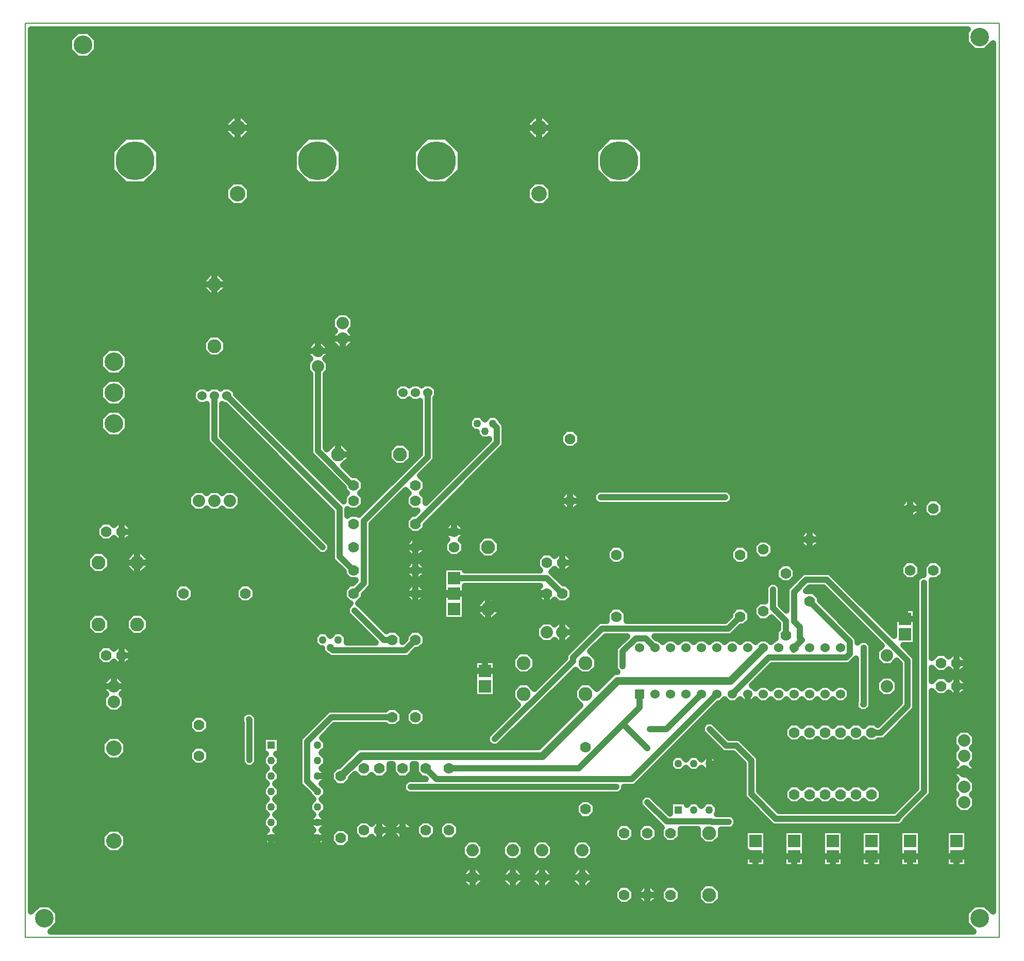
<source format=gbr>
G04 PROTEUS GERBER X2 FILE*
%TF.GenerationSoftware,Labcenter,Proteus,8.15-SP1-Build34318*%
%TF.CreationDate,2023-09-22T11:01:59+00:00*%
%TF.FileFunction,Copper,L1,Top*%
%TF.FilePolarity,Positive*%
%TF.Part,Single*%
%TF.SameCoordinates,{152284cb-42d1-4113-bbe4-b0d9b1a291b6}*%
%FSLAX45Y45*%
%MOMM*%
G01*
%TA.AperFunction,Conductor*%
%ADD10C,1.016000*%
%ADD11C,1.270000*%
%TA.AperFunction,ViaPad*%
%ADD12C,0.762000*%
%TA.AperFunction,ComponentPad*%
%ADD13R,1.524000X1.524000*%
%ADD14C,1.524000*%
%TA.AperFunction,ComponentPad*%
%ADD15C,1.778000*%
%ADD16R,2.032000X2.032000*%
%ADD17C,2.032000*%
%ADD18C,2.286000*%
%TA.AperFunction,ComponentPad*%
%ADD19R,1.270000X1.270000*%
%ADD70C,1.270000*%
%TA.AperFunction,ComponentPad*%
%ADD71C,2.540000*%
%TA.AperFunction,ComponentPad*%
%ADD20C,3.048000*%
%TA.AperFunction,ComponentPad*%
%ADD21C,6.350000*%
%TA.AperFunction,OtherPad,Unknown*%
%ADD22C,3.048000*%
%TA.AperFunction,Profile*%
%ADD23C,0.203200*%
%TD.AperFunction*%
%TA.AperFunction,Conductor*%
G36*
X+3073401Y+5936689D02*
X+3073401Y+5747311D01*
X+3207311Y+5613401D01*
X+3396689Y+5613401D01*
X+3520440Y+5737152D01*
X+3520440Y-8531152D01*
X+3396689Y-8407401D01*
X+3207311Y-8407401D01*
X+3073401Y-8541311D01*
X+3073401Y-8730689D01*
X+3197152Y-8854440D01*
X-11960152Y-8854440D01*
X-11836401Y-8730689D01*
X-11836401Y-8541311D01*
X-11970311Y-8407401D01*
X-12159689Y-8407401D01*
X-12283440Y-8531152D01*
X-12283440Y+5969000D01*
X+3105712Y+5969000D01*
X+3073401Y+5936689D01*
G37*
%TD.AperFunction*%
%LPC*%
G36*
X+880665Y-2987545D02*
X+1892413Y-3999293D01*
X+1892413Y-3543413D01*
X+2248011Y-3543413D01*
X+2248011Y-4153011D01*
X+2046131Y-4153011D01*
X+2245591Y-4352471D01*
X+2245591Y-5200914D01*
X+1731506Y-5714999D01*
X+1630486Y-5714999D01*
X+1592386Y-5753099D01*
X+1455614Y-5753099D01*
X+1397000Y-5694485D01*
X+1338386Y-5753099D01*
X+1201614Y-5753099D01*
X+1143000Y-5694485D01*
X+1084386Y-5753099D01*
X+947614Y-5753099D01*
X+889000Y-5694485D01*
X+830386Y-5753099D01*
X+693614Y-5753099D01*
X+635000Y-5694485D01*
X+576386Y-5753099D01*
X+439614Y-5753099D01*
X+381000Y-5694485D01*
X+322386Y-5753099D01*
X+185614Y-5753099D01*
X+88901Y-5656386D01*
X+88901Y-5519614D01*
X+185614Y-5422901D01*
X+322386Y-5422901D01*
X+381000Y-5481515D01*
X+439614Y-5422901D01*
X+576386Y-5422901D01*
X+635000Y-5481515D01*
X+693614Y-5422901D01*
X+830386Y-5422901D01*
X+889000Y-5481515D01*
X+947614Y-5422901D01*
X+1084386Y-5422901D01*
X+1143000Y-5481515D01*
X+1201614Y-5422901D01*
X+1338386Y-5422901D01*
X+1397000Y-5481515D01*
X+1455614Y-5422901D01*
X+1592386Y-5422901D01*
X+1628393Y-5458908D01*
X+1991593Y-5095708D01*
X+1991593Y-4457677D01*
X+1940681Y-4406765D01*
X+1851647Y-4495799D01*
X+1704353Y-4495799D01*
X+1600201Y-4391647D01*
X+1600201Y-4244353D01*
X+1689235Y-4155319D01*
X+738261Y-3204345D01*
X+504321Y-3204345D01*
X+444765Y-3263901D01*
X+576386Y-3263901D01*
X+673099Y-3360614D01*
X+673099Y-3414497D01*
X+1296978Y-4038376D01*
X+1296978Y-4111418D01*
X+1344395Y-4064001D01*
X+1449605Y-4064001D01*
X+1523999Y-4138395D01*
X+1523999Y-5172230D01*
X+1443108Y-5253121D01*
X+1337900Y-5253121D01*
X+1263506Y-5178727D01*
X+1263506Y-5073519D01*
X+1270001Y-5067024D01*
X+1270001Y-4370601D01*
X+1162028Y-4478574D01*
X-107972Y-4478574D01*
X-437437Y-4808039D01*
X-381001Y-4864476D01*
X-317126Y-4800601D01*
X-190874Y-4800601D01*
X-127000Y-4864475D01*
X-63126Y-4800601D01*
X+63126Y-4800601D01*
X+127000Y-4864475D01*
X+190874Y-4800601D01*
X+317126Y-4800601D01*
X+381000Y-4864475D01*
X+444874Y-4800601D01*
X+571126Y-4800601D01*
X+635000Y-4864475D01*
X+698874Y-4800601D01*
X+825126Y-4800601D01*
X+889000Y-4864475D01*
X+952874Y-4800601D01*
X+1079126Y-4800601D01*
X+1168399Y-4889874D01*
X+1168399Y-5016126D01*
X+1079126Y-5105399D01*
X+952874Y-5105399D01*
X+889000Y-5041525D01*
X+825126Y-5105399D01*
X+698874Y-5105399D01*
X+635000Y-5041525D01*
X+571126Y-5105399D01*
X+444874Y-5105399D01*
X+381000Y-5041525D01*
X+317126Y-5105399D01*
X+190874Y-5105399D01*
X+127000Y-5041525D01*
X+63126Y-5105399D01*
X-63126Y-5105399D01*
X-127000Y-5041525D01*
X-190874Y-5105399D01*
X-317126Y-5105399D01*
X-381000Y-5041525D01*
X-444874Y-5105399D01*
X-571126Y-5105399D01*
X-635001Y-5041526D01*
X-698874Y-5105399D01*
X-825126Y-5105399D01*
X-889001Y-5041526D01*
X-952874Y-5105399D01*
X-988797Y-5105399D01*
X-2360397Y-6476999D01*
X-2540002Y-6476999D01*
X-2540002Y-6529604D01*
X-2619649Y-6609251D01*
X-6097099Y-6609251D01*
X-6171493Y-6534857D01*
X-6171493Y-6429647D01*
X-6097099Y-6355253D01*
X-5799966Y-6355253D01*
X-5813817Y-6341402D01*
X-5867700Y-6341402D01*
X-5964413Y-6244689D01*
X-5964413Y-6108699D01*
X-6015215Y-6108699D01*
X-6015215Y-6244689D01*
X-6111928Y-6341402D01*
X-6248700Y-6341402D01*
X-6345413Y-6244689D01*
X-6345413Y-6108699D01*
X-6396215Y-6108699D01*
X-6396215Y-6244689D01*
X-6492928Y-6341402D01*
X-6629700Y-6341402D01*
X-6688314Y-6282788D01*
X-6746928Y-6341402D01*
X-6883700Y-6341402D01*
X-6960275Y-6264828D01*
X-7031215Y-6335768D01*
X-7031215Y-6371689D01*
X-7127928Y-6468402D01*
X-7264700Y-6468402D01*
X-7361413Y-6371689D01*
X-7361413Y-6234917D01*
X-7264700Y-6138204D01*
X-7228779Y-6138204D01*
X-6919876Y-5829301D01*
X-3943566Y-5829301D01*
X-3255836Y-5141571D01*
X-3365499Y-5031907D01*
X-3365499Y-4874093D01*
X-3253907Y-4762501D01*
X-3096093Y-4762501D01*
X-2986430Y-4872165D01*
X-2707799Y-4593534D01*
X-2646545Y-4593534D01*
X-2688633Y-4551446D01*
X-2688633Y-4198775D01*
X-2492637Y-4002779D01*
X-2849073Y-4002779D01*
X-3100795Y-4254501D01*
X-3096093Y-4254501D01*
X-2984501Y-4366093D01*
X-2984501Y-4523907D01*
X-3096093Y-4635499D01*
X-3253907Y-4635499D01*
X-3337059Y-4552347D01*
X-4046069Y-5261357D01*
X-4050996Y-5261357D01*
X-4610867Y-5821228D01*
X-4716075Y-5821228D01*
X-4790469Y-5746834D01*
X-4790469Y-5641626D01*
X-4281125Y-5132282D01*
X-4381499Y-5031907D01*
X-4381499Y-4874093D01*
X-4269907Y-4762501D01*
X-4112093Y-4762501D01*
X-4009255Y-4865339D01*
X-3504687Y-4360771D01*
X-3504687Y-4299189D01*
X-2954279Y-3748781D01*
X-2832099Y-3748781D01*
X-2832099Y-3614614D01*
X-2735386Y-3517901D01*
X-2598614Y-3517901D01*
X-2501901Y-3614614D01*
X-2501901Y-3748781D01*
X-880383Y-3748781D01*
X-800099Y-3668497D01*
X-800099Y-3614614D01*
X-703386Y-3517901D01*
X-566614Y-3517901D01*
X-469901Y-3614614D01*
X-469901Y-3751386D01*
X-566614Y-3848099D01*
X-620497Y-3848099D01*
X-775177Y-4002779D01*
X-2040619Y-4002779D01*
X-2004797Y-4038601D01*
X-1968874Y-4038601D01*
X-1905000Y-4102475D01*
X-1841126Y-4038601D01*
X-1714874Y-4038601D01*
X-1651000Y-4102475D01*
X-1587126Y-4038601D01*
X-1460874Y-4038601D01*
X-1397000Y-4102475D01*
X-1333126Y-4038601D01*
X-1206874Y-4038601D01*
X-1143000Y-4102475D01*
X-1079126Y-4038601D01*
X-952874Y-4038601D01*
X-889000Y-4102475D01*
X-825126Y-4038601D01*
X-698874Y-4038601D01*
X-635000Y-4102475D01*
X-571126Y-4038601D01*
X-444874Y-4038601D01*
X-381001Y-4102476D01*
X-317126Y-4038601D01*
X-190874Y-4038601D01*
X-127000Y-4102475D01*
X-63126Y-4038601D01*
X-49148Y-4038601D01*
X-49148Y-3919415D01*
X-11048Y-3881315D01*
X-11048Y-3803259D01*
X-120362Y-3693946D01*
X-185614Y-3759198D01*
X-322386Y-3759198D01*
X-419099Y-3662485D01*
X-419099Y-3525713D01*
X-322386Y-3429000D01*
X-220013Y-3429000D01*
X-220013Y-3181424D01*
X-145619Y-3107030D01*
X-40409Y-3107030D01*
X+33985Y-3181424D01*
X+33985Y-3489088D01*
X+127001Y-3582104D01*
X+127001Y-3222461D01*
X+399115Y-2950347D01*
X+843467Y-2950347D01*
X+880665Y-2987545D01*
G37*
G36*
X+1689099Y-6535614D02*
X+1689099Y-6672386D01*
X+1592386Y-6769099D01*
X+1455614Y-6769099D01*
X+1397000Y-6710485D01*
X+1338386Y-6769099D01*
X+1201614Y-6769099D01*
X+1143000Y-6710485D01*
X+1084386Y-6769099D01*
X+947614Y-6769099D01*
X+889000Y-6710485D01*
X+830386Y-6769099D01*
X+693614Y-6769099D01*
X+635000Y-6710485D01*
X+576386Y-6769099D01*
X+439614Y-6769099D01*
X+381000Y-6710485D01*
X+322386Y-6769099D01*
X+185614Y-6769099D01*
X+88901Y-6672386D01*
X+88901Y-6535614D01*
X+185614Y-6438901D01*
X+322386Y-6438901D01*
X+381000Y-6497515D01*
X+439614Y-6438901D01*
X+576386Y-6438901D01*
X+635000Y-6497515D01*
X+693614Y-6438901D01*
X+830386Y-6438901D01*
X+889000Y-6497515D01*
X+947614Y-6438901D01*
X+1084386Y-6438901D01*
X+1143000Y-6497515D01*
X+1201614Y-6438901D01*
X+1338386Y-6438901D01*
X+1397000Y-6497515D01*
X+1455614Y-6438901D01*
X+1592386Y-6438901D01*
X+1689099Y-6535614D01*
G37*
G36*
X+1704353Y-4648201D02*
X+1851647Y-4648201D01*
X+1955799Y-4752353D01*
X+1955799Y-4899647D01*
X+1851647Y-5003799D01*
X+1704353Y-5003799D01*
X+1600201Y-4899647D01*
X+1600201Y-4752353D01*
X+1704353Y-4648201D01*
G37*
G36*
X+1066799Y-7543799D02*
X+1066799Y-7797799D01*
X+711201Y-7797799D01*
X+711201Y-7188201D01*
X+1066799Y-7188201D01*
X+1066799Y-7543799D01*
G37*
G36*
X-203201Y-7543799D02*
X-203201Y-7797799D01*
X-558799Y-7797799D01*
X-558799Y-7188201D01*
X-203201Y-7188201D01*
X-203201Y-7543799D01*
G37*
G36*
X+2336799Y-7543799D02*
X+2336799Y-7797799D01*
X+1981201Y-7797799D01*
X+1981201Y-7188201D01*
X+2336799Y-7188201D01*
X+2336799Y-7543799D01*
G37*
G36*
X+1701799Y-7543799D02*
X+1701799Y-7797799D01*
X+1346201Y-7797799D01*
X+1346201Y-7188201D01*
X+1701799Y-7188201D01*
X+1701799Y-7543799D01*
G37*
G36*
X+431799Y-7543799D02*
X+431799Y-7797799D01*
X+76201Y-7797799D01*
X+76201Y-7188201D01*
X+431799Y-7188201D01*
X+431799Y-7543799D01*
G37*
G36*
X-566614Y-2832099D02*
X-703386Y-2832099D01*
X-800099Y-2735386D01*
X-800099Y-2598614D01*
X-703386Y-2501901D01*
X-566614Y-2501901D01*
X-469901Y-2598614D01*
X-469901Y-2735386D01*
X-566614Y-2832099D01*
G37*
G36*
X-185614Y-2743198D02*
X-322386Y-2743198D01*
X-419099Y-2646485D01*
X-419099Y-2509713D01*
X-322386Y-2413000D01*
X-185614Y-2413000D01*
X-88901Y-2509713D01*
X-88901Y-2646485D01*
X-185614Y-2743198D01*
G37*
G36*
X-3106614Y-7010398D02*
X-3243386Y-7010398D01*
X-3340099Y-6913685D01*
X-3340099Y-6776913D01*
X-3243386Y-6680200D01*
X-3106614Y-6680200D01*
X-3009901Y-6776913D01*
X-3009901Y-6913685D01*
X-3106614Y-7010398D01*
G37*
G36*
X-4648201Y-4749799D02*
X-4648201Y-5003799D01*
X-5003799Y-5003799D01*
X-5003799Y-4394201D01*
X-4648201Y-4394201D01*
X-4648201Y-4749799D01*
G37*
G36*
X-3390901Y-2725614D02*
X-3390901Y-2862386D01*
X-3487614Y-2959099D01*
X-3624386Y-2959099D01*
X-3683000Y-2900485D01*
X-3730457Y-2947942D01*
X-3541498Y-3136901D01*
X-3487614Y-3136901D01*
X-3390901Y-3233614D01*
X-3390901Y-3370386D01*
X-3487614Y-3467099D01*
X-3624386Y-3467099D01*
X-3683000Y-3408485D01*
X-3741614Y-3467099D01*
X-3878386Y-3467099D01*
X-3975099Y-3370386D01*
X-3975099Y-3233614D01*
X-3916484Y-3174999D01*
X-5156201Y-3174999D01*
X-5156201Y-3733799D01*
X-5511799Y-3733799D01*
X-5511799Y-2870201D01*
X-5156201Y-2870201D01*
X-5156201Y-2921001D01*
X-3916484Y-2921001D01*
X-3975099Y-2862386D01*
X-3975099Y-2725614D01*
X-3878386Y-2628901D01*
X-3741614Y-2628901D01*
X-3683000Y-2687515D01*
X-3624386Y-2628901D01*
X-3487614Y-2628901D01*
X-3390901Y-2725614D01*
G37*
G36*
X-4000501Y-4366093D02*
X-4000501Y-4523907D01*
X-4112093Y-4635499D01*
X-4269907Y-4635499D01*
X-4381499Y-4523907D01*
X-4381499Y-4366093D01*
X-4269907Y-4254501D01*
X-4112093Y-4254501D01*
X-4000501Y-4366093D01*
G37*
G36*
X-3378201Y-3863353D02*
X-3378201Y-4010647D01*
X-3482353Y-4114799D01*
X-3629647Y-4114799D01*
X-3683000Y-4061446D01*
X-3736353Y-4114799D01*
X-3883647Y-4114799D01*
X-3987799Y-4010647D01*
X-3987799Y-3863353D01*
X-3883647Y-3759201D01*
X-3736353Y-3759201D01*
X-3683000Y-3812554D01*
X-3629647Y-3759201D01*
X-3482353Y-3759201D01*
X-3378201Y-3863353D01*
G37*
G36*
X-2735386Y-2501901D02*
X-2598614Y-2501901D01*
X-2501901Y-2598614D01*
X-2501901Y-2735386D01*
X-2598614Y-2832099D01*
X-2735386Y-2832099D01*
X-2832099Y-2735386D01*
X-2832099Y-2598614D01*
X-2735386Y-2501901D01*
G37*
G36*
X-1790699Y-6919699D02*
X-1790699Y-6718301D01*
X-1511301Y-6718301D01*
X-1511301Y-6774737D01*
X-1454865Y-6718301D01*
X-1339135Y-6718301D01*
X-1270000Y-6787436D01*
X-1200865Y-6718301D01*
X-1085135Y-6718301D01*
X-1003301Y-6800135D01*
X-1003301Y-6915865D01*
X-1012274Y-6924838D01*
X-766355Y-6924838D01*
X-691961Y-6999232D01*
X-691961Y-7104442D01*
X-766355Y-7178836D01*
X-952501Y-7178836D01*
X-952501Y-7317907D01*
X-1064093Y-7429499D01*
X-1221907Y-7429499D01*
X-1333499Y-7317907D01*
X-1333499Y-7175571D01*
X-1612901Y-7175571D01*
X-1612901Y-7307386D01*
X-1709614Y-7404099D01*
X-1846386Y-7404099D01*
X-1943099Y-7307386D01*
X-1943099Y-7170614D01*
X-1921044Y-7148559D01*
X-1931229Y-7138373D01*
X-2285998Y-6783604D01*
X-2285998Y-6678396D01*
X-2211604Y-6604002D01*
X-2106396Y-6604002D01*
X-1790699Y-6919699D01*
G37*
G36*
X-1846386Y-8089901D02*
X-1709614Y-8089901D01*
X-1612901Y-8186614D01*
X-1612901Y-8323386D01*
X-1709614Y-8420099D01*
X-1846386Y-8420099D01*
X-1943099Y-8323386D01*
X-1943099Y-8186614D01*
X-1846386Y-8089901D01*
G37*
G36*
X-1064093Y-8445499D02*
X-1221907Y-8445499D01*
X-1333499Y-8333907D01*
X-1333499Y-8176093D01*
X-1221907Y-8064501D01*
X-1064093Y-8064501D01*
X-952501Y-8176093D01*
X-952501Y-8333907D01*
X-1064093Y-8445499D01*
G37*
G36*
X-1003301Y-6038135D02*
X-1003301Y-6153865D01*
X-1085135Y-6235699D01*
X-1200865Y-6235699D01*
X-1270000Y-6166564D01*
X-1339135Y-6235699D01*
X-1454865Y-6235699D01*
X-1524000Y-6166564D01*
X-1593135Y-6235699D01*
X-1708865Y-6235699D01*
X-1790699Y-6153865D01*
X-1790699Y-6038135D01*
X-1708865Y-5956301D01*
X-1593135Y-5956301D01*
X-1524000Y-6025436D01*
X-1454865Y-5956301D01*
X-1339135Y-5956301D01*
X-1270000Y-6025436D01*
X-1200865Y-5956301D01*
X-1085135Y-5956301D01*
X-1003301Y-6038135D01*
G37*
G36*
X-11125199Y-7450168D02*
X-11125199Y-7281832D01*
X-11006168Y-7162801D01*
X-10837832Y-7162801D01*
X-10718801Y-7281832D01*
X-10718801Y-7450168D01*
X-10837832Y-7569199D01*
X-11006168Y-7569199D01*
X-11125199Y-7450168D01*
G37*
G36*
X-11125199Y-5926168D02*
X-11125199Y-5757832D01*
X-11006168Y-5638801D01*
X-10837832Y-5638801D01*
X-10718801Y-5757832D01*
X-10718801Y-5926168D01*
X-10837832Y-6045199D01*
X-11006168Y-6045199D01*
X-11125199Y-5926168D01*
G37*
G36*
X-8199615Y-5935002D02*
X-8256051Y-5935002D01*
X-8199615Y-5991438D01*
X-8199615Y-6107168D01*
X-8268750Y-6176303D01*
X-8199615Y-6245438D01*
X-8199615Y-6361168D01*
X-8268750Y-6430303D01*
X-8199615Y-6499438D01*
X-8199615Y-6615168D01*
X-8268750Y-6684303D01*
X-8199615Y-6753438D01*
X-8199615Y-6869168D01*
X-8268750Y-6938303D01*
X-8199615Y-7007438D01*
X-8199615Y-7123168D01*
X-8268750Y-7192303D01*
X-8199615Y-7261438D01*
X-8199615Y-7377168D01*
X-8281449Y-7459002D01*
X-8397179Y-7459002D01*
X-8479013Y-7377168D01*
X-8479013Y-7261438D01*
X-8409878Y-7192303D01*
X-8479013Y-7123168D01*
X-8479013Y-7007438D01*
X-8409878Y-6938303D01*
X-8479013Y-6869168D01*
X-8479013Y-6753438D01*
X-8409878Y-6684303D01*
X-8479013Y-6615168D01*
X-8479013Y-6499438D01*
X-8409878Y-6430303D01*
X-8479013Y-6361168D01*
X-8479013Y-6245438D01*
X-8409878Y-6176303D01*
X-8479013Y-6107168D01*
X-8479013Y-5991438D01*
X-8422577Y-5935002D01*
X-8479013Y-5935002D01*
X-8479013Y-5655604D01*
X-8199615Y-5655604D01*
X-8199615Y-5935002D01*
G37*
G36*
X-6184901Y-5265614D02*
X-6184901Y-5402386D01*
X-6281614Y-5499099D01*
X-6418386Y-5499099D01*
X-6456486Y-5460999D01*
X-7296933Y-5460999D01*
X-7505494Y-5669560D01*
X-7437615Y-5737438D01*
X-7437615Y-5853168D01*
X-7506750Y-5922303D01*
X-7437615Y-5991438D01*
X-7437615Y-6107168D01*
X-7506750Y-6176303D01*
X-7437615Y-6245438D01*
X-7437615Y-6361168D01*
X-7506750Y-6430303D01*
X-7437615Y-6499438D01*
X-7437615Y-6615168D01*
X-7506750Y-6684303D01*
X-7437615Y-6753438D01*
X-7437615Y-6869168D01*
X-7506750Y-6938303D01*
X-7437615Y-7007438D01*
X-7437615Y-7123168D01*
X-7506750Y-7192303D01*
X-7437615Y-7261438D01*
X-7437615Y-7377168D01*
X-7519449Y-7459002D01*
X-7635179Y-7459002D01*
X-7717013Y-7377168D01*
X-7717013Y-7261438D01*
X-7647878Y-7192303D01*
X-7717013Y-7123168D01*
X-7717013Y-7007438D01*
X-7647878Y-6938303D01*
X-7717013Y-6869168D01*
X-7717013Y-6753438D01*
X-7647878Y-6684303D01*
X-7717013Y-6615168D01*
X-7717013Y-6597206D01*
X-7873999Y-6440220D01*
X-7873999Y-5678861D01*
X-7402139Y-5207001D01*
X-6456486Y-5207001D01*
X-6418386Y-5168901D01*
X-6281614Y-5168901D01*
X-6184901Y-5265614D01*
G37*
G36*
X-10629901Y-4249614D02*
X-10629901Y-4386386D01*
X-10726614Y-4483099D01*
X-10863386Y-4483099D01*
X-10922000Y-4424485D01*
X-10980614Y-4483099D01*
X-11117386Y-4483099D01*
X-11214099Y-4386386D01*
X-11214099Y-4249614D01*
X-11117386Y-4152901D01*
X-10980614Y-4152901D01*
X-10922000Y-4211515D01*
X-10863386Y-4152901D01*
X-10726614Y-4152901D01*
X-10629901Y-4249614D01*
G37*
G36*
X-10462093Y-2984499D02*
X-10619907Y-2984499D01*
X-10731499Y-2872907D01*
X-10731499Y-2715093D01*
X-10619907Y-2603501D01*
X-10462093Y-2603501D01*
X-10350501Y-2715093D01*
X-10350501Y-2872907D01*
X-10462093Y-2984499D01*
G37*
G36*
X-10462093Y-4000499D02*
X-10619907Y-4000499D01*
X-10731499Y-3888907D01*
X-10731499Y-3731093D01*
X-10619907Y-3619501D01*
X-10462093Y-3619501D01*
X-10350501Y-3731093D01*
X-10350501Y-3888907D01*
X-10462093Y-4000499D01*
G37*
G36*
X-11254907Y-3619501D02*
X-11097093Y-3619501D01*
X-10985501Y-3731093D01*
X-10985501Y-3888907D01*
X-11097093Y-4000499D01*
X-11254907Y-4000499D01*
X-11366499Y-3888907D01*
X-11366499Y-3731093D01*
X-11254907Y-3619501D01*
G37*
G36*
X-11254907Y-2603501D02*
X-11097093Y-2603501D01*
X-10985501Y-2715093D01*
X-10985501Y-2872907D01*
X-11097093Y-2984499D01*
X-11254907Y-2984499D01*
X-11366499Y-2872907D01*
X-11366499Y-2715093D01*
X-11254907Y-2603501D01*
G37*
G36*
X-5168901Y-2217614D02*
X-5168901Y-2354386D01*
X-5227515Y-2413000D01*
X-5168901Y-2471614D01*
X-5168901Y-2608386D01*
X-5265614Y-2705099D01*
X-5402386Y-2705099D01*
X-5499099Y-2608386D01*
X-5499099Y-2471614D01*
X-5440485Y-2413000D01*
X-5499099Y-2354386D01*
X-5499099Y-2217614D01*
X-5402386Y-2120901D01*
X-5265614Y-2120901D01*
X-5168901Y-2217614D01*
G37*
G36*
X-4854106Y-3365501D02*
X-4696292Y-3365501D01*
X-4584700Y-3477093D01*
X-4584700Y-3634907D01*
X-4696292Y-3746499D01*
X-4854106Y-3746499D01*
X-4965698Y-3634907D01*
X-4965698Y-3477093D01*
X-4854106Y-3365501D01*
G37*
G36*
X-4854106Y-2349501D02*
X-4696292Y-2349501D01*
X-4584700Y-2461093D01*
X-4584700Y-2618907D01*
X-4696292Y-2730499D01*
X-4854106Y-2730499D01*
X-4965698Y-2618907D01*
X-4965698Y-2461093D01*
X-4854106Y-2349501D01*
G37*
G36*
X-7395164Y+755684D02*
X-7395164Y+608390D01*
X-7448517Y+555037D01*
X-7395164Y+501684D01*
X-7395164Y+354390D01*
X-7445964Y+303590D01*
X-7445964Y-905763D01*
X-7422067Y-929661D01*
X-7317907Y-825501D01*
X-7160093Y-825501D01*
X-7048501Y-937093D01*
X-7048501Y-1094907D01*
X-7152661Y-1199067D01*
X-6992826Y-1358901D01*
X-6916614Y-1358901D01*
X-6819901Y-1455614D01*
X-6819901Y-1592386D01*
X-6878515Y-1651000D01*
X-6819901Y-1709614D01*
X-6819901Y-1846386D01*
X-6916614Y-1943099D01*
X-7053386Y-1943099D01*
X-7082601Y-1913884D01*
X-7082601Y-2023116D01*
X-7053386Y-1993901D01*
X-6916614Y-1993901D01*
X-6898740Y-2011775D01*
X-5892799Y-1005834D01*
X-5892799Y-139324D01*
X-5905874Y-152399D01*
X-6032126Y-152399D01*
X-6070600Y-113925D01*
X-6109074Y-152399D01*
X-6235326Y-152399D01*
X-6324599Y-63126D01*
X-6324599Y+63126D01*
X-6235326Y+152399D01*
X-6109074Y+152399D01*
X-6070600Y+113925D01*
X-6032126Y+152399D01*
X-5905874Y+152399D01*
X-5867400Y+113925D01*
X-5828926Y+152399D01*
X-5702674Y+152399D01*
X-5613401Y+63126D01*
X-5613401Y-63126D01*
X-5638801Y-88526D01*
X-5638801Y-1111040D01*
X-5893638Y-1365877D01*
X-5803901Y-1455614D01*
X-5803901Y-1592386D01*
X-5862515Y-1651000D01*
X-5803901Y-1709614D01*
X-5803901Y-1814299D01*
X-4758890Y-769288D01*
X-4758890Y-765454D01*
X-4768135Y-774699D01*
X-4883865Y-774699D01*
X-4965699Y-692865D01*
X-4965699Y-647699D01*
X-5010865Y-647699D01*
X-5092699Y-565865D01*
X-5092699Y-450135D01*
X-5010865Y-368301D01*
X-4895135Y-368301D01*
X-4826000Y-437436D01*
X-4756865Y-368301D01*
X-4641135Y-368301D01*
X-4559301Y-450135D01*
X-4559301Y-468097D01*
X-4504892Y-522506D01*
X-4504892Y-874494D01*
X-5803901Y-2173503D01*
X-5803901Y-2227386D01*
X-5900614Y-2324099D01*
X-6037386Y-2324099D01*
X-6134099Y-2227386D01*
X-6134099Y-2090614D01*
X-6037386Y-1993901D01*
X-5983503Y-1993901D01*
X-5932701Y-1943099D01*
X-6037386Y-1943099D01*
X-6134099Y-1846386D01*
X-6134099Y-1709614D01*
X-6075485Y-1651000D01*
X-6127123Y-1599362D01*
X-6691019Y-2163258D01*
X-6691019Y-3187621D01*
X-6819901Y-3316503D01*
X-6819901Y-3370386D01*
X-6909353Y-3459838D01*
X-6877718Y-3491472D01*
X-6444338Y-3924853D01*
X-6418386Y-3898901D01*
X-6281614Y-3898901D01*
X-6184901Y-3995614D01*
X-6184901Y-4100299D01*
X-6134099Y-4049497D01*
X-6134099Y-3995614D01*
X-6037386Y-3898901D01*
X-5900614Y-3898901D01*
X-5803901Y-3995614D01*
X-5803901Y-4132386D01*
X-5900614Y-4229099D01*
X-5954497Y-4229099D01*
X-6082569Y-4357171D01*
X-7379431Y-4357171D01*
X-7405903Y-4330699D01*
X-7423865Y-4330699D01*
X-7505699Y-4248865D01*
X-7505699Y-4203699D01*
X-7550865Y-4203699D01*
X-7632699Y-4121865D01*
X-7632699Y-4006135D01*
X-7550865Y-3924301D01*
X-7435135Y-3924301D01*
X-7366000Y-3993436D01*
X-7296865Y-3924301D01*
X-7181135Y-3924301D01*
X-7099301Y-4006135D01*
X-7099301Y-4103175D01*
X-6625219Y-4103175D01*
X-7094517Y-3633877D01*
X-7094517Y-3528669D01*
X-7032947Y-3467099D01*
X-7053386Y-3467099D01*
X-7150099Y-3370386D01*
X-7150099Y-3233614D01*
X-7053386Y-3136901D01*
X-6999503Y-3136901D01*
X-6948701Y-3086099D01*
X-7053386Y-3086099D01*
X-7150099Y-2989386D01*
X-7150099Y-2935503D01*
X-7336599Y-2749003D01*
X-7336599Y-1961603D01*
X-9095003Y-203199D01*
X-9130925Y-203199D01*
X-9144001Y-190123D01*
X-9144001Y-709398D01*
X-7366002Y-2487396D01*
X-7366002Y-2592604D01*
X-7440396Y-2666998D01*
X-7545604Y-2666998D01*
X-9397997Y-814605D01*
X-9397997Y-762001D01*
X-9397998Y-190124D01*
X-9411073Y-203199D01*
X-9537325Y-203199D01*
X-9626598Y-113926D01*
X-9626598Y+12326D01*
X-9537325Y+101599D01*
X-9411073Y+101599D01*
X-9372599Y+63125D01*
X-9334125Y+101599D01*
X-9207873Y+101599D01*
X-9169399Y+63125D01*
X-9130925Y+101599D01*
X-9004673Y+101599D01*
X-8915400Y+12326D01*
X-8915400Y-23597D01*
X-7150099Y-1788898D01*
X-7150099Y-1709614D01*
X-7091485Y-1651000D01*
X-7150099Y-1592386D01*
X-7150099Y-1560832D01*
X-7699962Y-1010969D01*
X-7699962Y+303590D01*
X-7750762Y+354390D01*
X-7750762Y+501684D01*
X-7697409Y+555037D01*
X-7750762Y+608390D01*
X-7750762Y+755684D01*
X-7646610Y+859836D01*
X-7499316Y+859836D01*
X-7395164Y+755684D01*
G37*
G36*
X-10629901Y-2217614D02*
X-10629901Y-2354386D01*
X-10726614Y-2451099D01*
X-10863386Y-2451099D01*
X-10922000Y-2392485D01*
X-10980614Y-2451099D01*
X-11117386Y-2451099D01*
X-11214099Y-2354386D01*
X-11214099Y-2217614D01*
X-11117386Y-2120901D01*
X-10980614Y-2120901D01*
X-10922000Y-2179515D01*
X-10863386Y-2120901D01*
X-10726614Y-2120901D01*
X-10629901Y-2217614D01*
G37*
G36*
X-2227386Y-7073901D02*
X-2090614Y-7073901D01*
X-1993901Y-7170614D01*
X-1993901Y-7307386D01*
X-2090614Y-7404099D01*
X-2227386Y-7404099D01*
X-2324099Y-7307386D01*
X-2324099Y-7170614D01*
X-2227386Y-7073901D01*
G37*
G36*
X-2227386Y-8089901D02*
X-2090614Y-8089901D01*
X-1993901Y-8186614D01*
X-1993901Y-8323386D01*
X-2090614Y-8420099D01*
X-2227386Y-8420099D01*
X-2324099Y-8323386D01*
X-2324099Y-8186614D01*
X-2227386Y-8089901D01*
G37*
G36*
X-2471614Y-8420099D02*
X-2608386Y-8420099D01*
X-2705099Y-8323386D01*
X-2705099Y-8186614D01*
X-2608386Y-8089901D01*
X-2471614Y-8089901D01*
X-2374901Y-8186614D01*
X-2374901Y-8323386D01*
X-2471614Y-8420099D01*
G37*
G36*
X-2471614Y-7404099D02*
X-2608386Y-7404099D01*
X-2705099Y-7307386D01*
X-2705099Y-7170614D01*
X-2608386Y-7073901D01*
X-2471614Y-7073901D01*
X-2374901Y-7170614D01*
X-2374901Y-7307386D01*
X-2471614Y-7404099D01*
G37*
G36*
X+576386Y-2578099D02*
X+439614Y-2578099D01*
X+342901Y-2481386D01*
X+342901Y-2344614D01*
X+439614Y-2247901D01*
X+576386Y-2247901D01*
X+673099Y-2344614D01*
X+673099Y-2481386D01*
X+576386Y-2578099D01*
G37*
G36*
X+184337Y-3136900D02*
X+47565Y-3136900D01*
X-49148Y-3040187D01*
X-49148Y-2903415D01*
X+47565Y-2806702D01*
X+184337Y-2806702D01*
X+281050Y-2903415D01*
X+281050Y-3040187D01*
X+184337Y-3136900D01*
G37*
G36*
X-3299647Y-7794201D02*
X-3152353Y-7794201D01*
X-3048201Y-7898353D01*
X-3048201Y-8045647D01*
X-3152353Y-8149799D01*
X-3299647Y-8149799D01*
X-3403799Y-8045647D01*
X-3403799Y-7898353D01*
X-3299647Y-7794201D01*
G37*
G36*
X-3959647Y-7794201D02*
X-3812353Y-7794201D01*
X-3708201Y-7898353D01*
X-3708201Y-8045647D01*
X-3812353Y-8149799D01*
X-3959647Y-8149799D01*
X-4063799Y-8045647D01*
X-4063799Y-7898353D01*
X-3959647Y-7794201D01*
G37*
G36*
X-3299647Y-7344201D02*
X-3152353Y-7344201D01*
X-3048201Y-7448353D01*
X-3048201Y-7595647D01*
X-3152353Y-7699799D01*
X-3299647Y-7699799D01*
X-3403799Y-7595647D01*
X-3403799Y-7448353D01*
X-3299647Y-7344201D01*
G37*
G36*
X-3959647Y-7344201D02*
X-3812353Y-7344201D01*
X-3708201Y-7448353D01*
X-3708201Y-7595647D01*
X-3812353Y-7699799D01*
X-3959647Y-7699799D01*
X-4063799Y-7595647D01*
X-4063799Y-7448353D01*
X-3959647Y-7344201D01*
G37*
G36*
X+2227386Y-3086099D02*
X+2090614Y-3086099D01*
X+1993901Y-2989386D01*
X+1993901Y-2852614D01*
X+2090614Y-2755901D01*
X+2227386Y-2755901D01*
X+2324099Y-2852614D01*
X+2324099Y-2989386D01*
X+2227386Y-3086099D01*
G37*
G36*
X+2227386Y-2070099D02*
X+2090614Y-2070099D01*
X+1993901Y-1973386D01*
X+1993901Y-1836614D01*
X+2090614Y-1739901D01*
X+2227386Y-1739901D01*
X+2324099Y-1836614D01*
X+2324099Y-1973386D01*
X+2227386Y-2070099D01*
G37*
G36*
X+2471614Y-1739901D02*
X+2608386Y-1739901D01*
X+2705099Y-1836614D01*
X+2705099Y-1973386D01*
X+2608386Y-2070099D01*
X+2471614Y-2070099D01*
X+2374901Y-1973386D01*
X+2374901Y-1836614D01*
X+2471614Y-1739901D01*
G37*
G36*
X+2705099Y-2852614D02*
X+2705099Y-2989386D01*
X+2608386Y-3086099D01*
X+2514386Y-3086099D01*
X+2514386Y-4364129D01*
X+2598614Y-4279901D01*
X+2735386Y-4279901D01*
X+2794000Y-4338515D01*
X+2852614Y-4279901D01*
X+2989386Y-4279901D01*
X+3086099Y-4376614D01*
X+3086099Y-4513386D01*
X+2989386Y-4610099D01*
X+2852614Y-4610099D01*
X+2794000Y-4551485D01*
X+2735386Y-4610099D01*
X+2598614Y-4610099D01*
X+2514386Y-4525871D01*
X+2514386Y-4745129D01*
X+2598614Y-4660901D01*
X+2735386Y-4660901D01*
X+2794000Y-4719515D01*
X+2852614Y-4660901D01*
X+2989386Y-4660901D01*
X+3086099Y-4757614D01*
X+3086099Y-4894386D01*
X+2989386Y-4991099D01*
X+2852614Y-4991099D01*
X+2794000Y-4932485D01*
X+2735386Y-4991099D01*
X+2598614Y-4991099D01*
X+2514386Y-4906871D01*
X+2514386Y-6606136D01*
X+2083443Y-7037079D01*
X+2083443Y-7053155D01*
X+2009047Y-7127551D01*
X-99657Y-7127551D01*
X-577759Y-6649449D01*
X-577759Y-6098519D01*
X-746631Y-5929647D01*
X-918349Y-5929647D01*
X-1264631Y-5583365D01*
X-1264631Y-5478157D01*
X-1190237Y-5403763D01*
X-1085029Y-5403763D01*
X-813143Y-5675649D01*
X-641425Y-5675649D01*
X-323763Y-5993311D01*
X-323763Y-6544241D01*
X+5549Y-6873553D01*
X+1887765Y-6873553D01*
X+2260388Y-6500930D01*
X+2260388Y-3069390D01*
X+2334782Y-2994996D01*
X+2380511Y-2994996D01*
X+2374901Y-2989386D01*
X+2374901Y-2852614D01*
X+2471614Y-2755901D01*
X+2608386Y-2755901D01*
X+2705099Y-2852614D01*
G37*
G36*
X-11016689Y+736599D02*
X-10827311Y+736599D01*
X-10693401Y+602689D01*
X-10693401Y+413311D01*
X-10827311Y+279401D01*
X-11016689Y+279401D01*
X-11150599Y+413311D01*
X-11150599Y+602689D01*
X-11016689Y+736599D01*
G37*
G36*
X-11016689Y+228599D02*
X-10827311Y+228599D01*
X-10693401Y+94689D01*
X-10693401Y-94689D01*
X-10827311Y-228599D01*
X-11016689Y-228599D01*
X-11150599Y-94689D01*
X-11150599Y+94689D01*
X-11016689Y+228599D01*
G37*
G36*
X-11016689Y-279401D02*
X-10827311Y-279401D01*
X-10693401Y-413311D01*
X-10693401Y-602689D01*
X-10827311Y-736599D01*
X-11016689Y-736599D01*
X-11150599Y-602689D01*
X-11150599Y-413311D01*
X-11016689Y-279401D01*
G37*
G36*
X-9456614Y-6134099D02*
X-9593386Y-6134099D01*
X-9690099Y-6037386D01*
X-9690099Y-5900614D01*
X-9593386Y-5803901D01*
X-9456614Y-5803901D01*
X-9359901Y-5900614D01*
X-9359901Y-6037386D01*
X-9456614Y-6134099D01*
G37*
G36*
X-9456614Y-5626099D02*
X-9593386Y-5626099D01*
X-9690099Y-5529386D01*
X-9690099Y-5392614D01*
X-9593386Y-5295901D01*
X-9456614Y-5295901D01*
X-9359901Y-5392614D01*
X-9359901Y-5529386D01*
X-9456614Y-5626099D01*
G37*
G36*
X-9944099Y-3370386D02*
X-9944099Y-3233614D01*
X-9847386Y-3136901D01*
X-9710614Y-3136901D01*
X-9613901Y-3233614D01*
X-9613901Y-3370386D01*
X-9710614Y-3467099D01*
X-9847386Y-3467099D01*
X-9944099Y-3370386D01*
G37*
G36*
X-8928099Y-3370386D02*
X-8928099Y-3233614D01*
X-8831386Y-3136901D01*
X-8694614Y-3136901D01*
X-8597901Y-3233614D01*
X-8597901Y-3370386D01*
X-8694614Y-3467099D01*
X-8831386Y-3467099D01*
X-8928099Y-3370386D01*
G37*
G36*
X-8839201Y-1704353D02*
X-8839201Y-1851647D01*
X-8943353Y-1955799D01*
X-9090647Y-1955799D01*
X-9144000Y-1902446D01*
X-9197353Y-1955799D01*
X-9344647Y-1955799D01*
X-9398000Y-1902446D01*
X-9451353Y-1955799D01*
X-9598647Y-1955799D01*
X-9702799Y-1851647D01*
X-9702799Y-1704353D01*
X-9598647Y-1600201D01*
X-9451353Y-1600201D01*
X-9398000Y-1653554D01*
X-9344647Y-1600201D01*
X-9197353Y-1600201D01*
X-9144000Y-1653554D01*
X-9090647Y-1600201D01*
X-8943353Y-1600201D01*
X-8839201Y-1704353D01*
G37*
G36*
X-6396215Y-7123917D02*
X-6396215Y-7260689D01*
X-6492928Y-7357402D01*
X-6629700Y-7357402D01*
X-6688314Y-7298788D01*
X-6746928Y-7357402D01*
X-6883700Y-7357402D01*
X-6980413Y-7260689D01*
X-6980413Y-7123917D01*
X-6883700Y-7027204D01*
X-6746928Y-7027204D01*
X-6688314Y-7085818D01*
X-6629700Y-7027204D01*
X-6492928Y-7027204D01*
X-6396215Y-7123917D01*
G37*
G36*
X-5730928Y-7357402D02*
X-5867700Y-7357402D01*
X-5964413Y-7260689D01*
X-5964413Y-7123917D01*
X-5867700Y-7027204D01*
X-5730928Y-7027204D01*
X-5634215Y-7123917D01*
X-5634215Y-7260689D01*
X-5730928Y-7357402D01*
G37*
G36*
X-6248700Y-7027204D02*
X-6111928Y-7027204D01*
X-6015215Y-7123917D01*
X-6015215Y-7260689D01*
X-6111928Y-7357402D01*
X-6248700Y-7357402D01*
X-6345413Y-7260689D01*
X-6345413Y-7123917D01*
X-6248700Y-7027204D01*
G37*
G36*
X-5803901Y-2852614D02*
X-5803901Y-2989386D01*
X-5900614Y-3086099D01*
X-6037386Y-3086099D01*
X-6134099Y-2989386D01*
X-6134099Y-2852614D01*
X-6037386Y-2755901D01*
X-5900614Y-2755901D01*
X-5803901Y-2852614D01*
G37*
G36*
X-5803901Y-3233614D02*
X-5803901Y-3370386D01*
X-5900614Y-3467099D01*
X-6037386Y-3467099D01*
X-6134099Y-3370386D01*
X-6134099Y-3233614D01*
X-6037386Y-3136901D01*
X-5900614Y-3136901D01*
X-5803901Y-3233614D01*
G37*
G36*
X-3360614Y-1943099D02*
X-3497386Y-1943099D01*
X-3594099Y-1846386D01*
X-3594099Y-1709614D01*
X-3497386Y-1612901D01*
X-3360614Y-1612901D01*
X-3263901Y-1709614D01*
X-3263901Y-1846386D01*
X-3360614Y-1943099D01*
G37*
G36*
X-3360614Y-927099D02*
X-3497386Y-927099D01*
X-3594099Y-830386D01*
X-3594099Y-693614D01*
X-3497386Y-596901D01*
X-3360614Y-596901D01*
X-3263901Y-693614D01*
X-3263901Y-830386D01*
X-3360614Y-927099D01*
G37*
G36*
X-5803901Y-2471614D02*
X-5803901Y-2608386D01*
X-5900614Y-2705099D01*
X-6037386Y-2705099D01*
X-6134099Y-2608386D01*
X-6134099Y-2471614D01*
X-6037386Y-2374901D01*
X-5900614Y-2374901D01*
X-5803901Y-2471614D01*
G37*
G36*
X-9192093Y+1587501D02*
X-9349907Y+1587501D01*
X-9461499Y+1699093D01*
X-9461499Y+1856907D01*
X-9349907Y+1968499D01*
X-9192093Y+1968499D01*
X-9080501Y+1856907D01*
X-9080501Y+1699093D01*
X-9192093Y+1587501D01*
G37*
G36*
X-9192093Y+571501D02*
X-9349907Y+571501D01*
X-9461499Y+683093D01*
X-9461499Y+840907D01*
X-9349907Y+952499D01*
X-9192093Y+952499D01*
X-9080501Y+840907D01*
X-9080501Y+683093D01*
X-9192093Y+571501D01*
G37*
G36*
X-7264700Y-7154204D02*
X-7127928Y-7154204D01*
X-7031215Y-7250917D01*
X-7031215Y-7387689D01*
X-7127928Y-7484402D01*
X-7264700Y-7484402D01*
X-7361413Y-7387689D01*
X-7361413Y-7250917D01*
X-7264700Y-7154204D01*
G37*
G36*
X-5349928Y-7357402D02*
X-5486700Y-7357402D01*
X-5583413Y-7260689D01*
X-5583413Y-7123917D01*
X-5486700Y-7027204D01*
X-5349928Y-7027204D01*
X-5253215Y-7123917D01*
X-5253215Y-7260689D01*
X-5349928Y-7357402D01*
G37*
G36*
X-4442647Y-7794201D02*
X-4295353Y-7794201D01*
X-4191201Y-7898353D01*
X-4191201Y-8045647D01*
X-4295353Y-8149799D01*
X-4442647Y-8149799D01*
X-4546799Y-8045647D01*
X-4546799Y-7898353D01*
X-4442647Y-7794201D01*
G37*
G36*
X-5102647Y-7794201D02*
X-4955353Y-7794201D01*
X-4851201Y-7898353D01*
X-4851201Y-8045647D01*
X-4955353Y-8149799D01*
X-5102647Y-8149799D01*
X-5206799Y-8045647D01*
X-5206799Y-7898353D01*
X-5102647Y-7794201D01*
G37*
G36*
X-4442647Y-7344201D02*
X-4295353Y-7344201D01*
X-4191201Y-7448353D01*
X-4191201Y-7595647D01*
X-4295353Y-7699799D01*
X-4442647Y-7699799D01*
X-4546799Y-7595647D01*
X-4546799Y-7448353D01*
X-4442647Y-7344201D01*
G37*
G36*
X-5102647Y-7344201D02*
X-4955353Y-7344201D01*
X-4851201Y-7448353D01*
X-4851201Y-7595647D01*
X-4955353Y-7699799D01*
X-5102647Y-7699799D01*
X-5206799Y-7595647D01*
X-5206799Y-7448353D01*
X-5102647Y-7344201D01*
G37*
G36*
X-5900614Y-5499099D02*
X-6037386Y-5499099D01*
X-6134099Y-5402386D01*
X-6134099Y-5265614D01*
X-6037386Y-5168901D01*
X-5900614Y-5168901D01*
X-5803901Y-5265614D01*
X-5803901Y-5402386D01*
X-5900614Y-5499099D01*
G37*
G36*
X-8974168Y+4556759D02*
X-8805832Y+4556759D01*
X-8686801Y+4437728D01*
X-8686801Y+4269392D01*
X-8805832Y+4150361D01*
X-8974168Y+4150361D01*
X-9093199Y+4269392D01*
X-9093199Y+4437728D01*
X-8974168Y+4556759D01*
G37*
G36*
X-8974168Y+3469639D02*
X-8805832Y+3469639D01*
X-8686801Y+3350608D01*
X-8686801Y+3182272D01*
X-8805832Y+3063241D01*
X-8974168Y+3063241D01*
X-9093199Y+3182272D01*
X-9093199Y+3350608D01*
X-8974168Y+3469639D01*
G37*
G36*
X-7739895Y+4203699D02*
X-7413745Y+4203699D01*
X-7183121Y+3973075D01*
X-7183121Y+3646925D01*
X-7413745Y+3416301D01*
X-7739895Y+3416301D01*
X-7970519Y+3646925D01*
X-7970519Y+3973075D01*
X-7739895Y+4203699D01*
G37*
G36*
X-10737095Y+4203699D02*
X-10410945Y+4203699D01*
X-10180321Y+3973075D01*
X-10180321Y+3646925D01*
X-10410945Y+3416301D01*
X-10737095Y+3416301D01*
X-10967719Y+3646925D01*
X-10967719Y+3973075D01*
X-10737095Y+4203699D01*
G37*
G36*
X-4021168Y+4556759D02*
X-3852832Y+4556759D01*
X-3733801Y+4437728D01*
X-3733801Y+4269392D01*
X-3852832Y+4150361D01*
X-4021168Y+4150361D01*
X-4140199Y+4269392D01*
X-4140199Y+4437728D01*
X-4021168Y+4556759D01*
G37*
G36*
X-4021168Y+3469639D02*
X-3852832Y+3469639D01*
X-3733801Y+3350608D01*
X-3733801Y+3182272D01*
X-3852832Y+3063241D01*
X-4021168Y+3063241D01*
X-4140199Y+3182272D01*
X-4140199Y+3350608D01*
X-4021168Y+3469639D01*
G37*
G36*
X-2786895Y+4203699D02*
X-2460745Y+4203699D01*
X-2230121Y+3973075D01*
X-2230121Y+3646925D01*
X-2460745Y+3416301D01*
X-2786895Y+3416301D01*
X-3017519Y+3646925D01*
X-3017519Y+3973075D01*
X-2786895Y+4203699D01*
G37*
G36*
X-5784095Y+4203699D02*
X-5457945Y+4203699D01*
X-5227321Y+3973075D01*
X-5227321Y+3646925D01*
X-5457945Y+3416301D01*
X-5784095Y+3416301D01*
X-6014719Y+3646925D01*
X-6014719Y+3973075D01*
X-5784095Y+4203699D01*
G37*
G36*
X-11658599Y+5620311D02*
X-11658599Y+5809689D01*
X-11524689Y+5943599D01*
X-11335311Y+5943599D01*
X-11201401Y+5809689D01*
X-11201401Y+5620311D01*
X-11335311Y+5486401D01*
X-11524689Y+5486401D01*
X-11658599Y+5620311D01*
G37*
G36*
X+3098799Y-7543799D02*
X+3098799Y-7797799D01*
X+2743201Y-7797799D01*
X+2743201Y-7188201D01*
X+3098799Y-7188201D01*
X+3098799Y-7543799D01*
G37*
G36*
X+3225799Y-5641353D02*
X+3225799Y-5788647D01*
X+3172446Y-5842000D01*
X+3225799Y-5895353D01*
X+3225799Y-6042647D01*
X+3172446Y-6096000D01*
X+3225799Y-6149353D01*
X+3225799Y-6296647D01*
X+3172446Y-6350000D01*
X+3225799Y-6403353D01*
X+3225799Y-6550647D01*
X+3172446Y-6604000D01*
X+3225799Y-6657353D01*
X+3225799Y-6804647D01*
X+3121647Y-6908799D01*
X+2974353Y-6908799D01*
X+2870201Y-6804647D01*
X+2870201Y-6657353D01*
X+2923554Y-6604000D01*
X+2870201Y-6550647D01*
X+2870201Y-6403353D01*
X+2923554Y-6350000D01*
X+2870201Y-6296647D01*
X+2870201Y-6149353D01*
X+2923554Y-6096000D01*
X+2870201Y-6042647D01*
X+2870201Y-5895353D01*
X+2923554Y-5842000D01*
X+2870201Y-5788647D01*
X+2870201Y-5641353D01*
X+2974353Y-5537201D01*
X+3121647Y-5537201D01*
X+3225799Y-5641353D01*
G37*
G36*
X-6032501Y-937093D02*
X-6032501Y-1094907D01*
X-6144093Y-1206499D01*
X-6301907Y-1206499D01*
X-6413499Y-1094907D01*
X-6413499Y-937093D01*
X-6301907Y-825501D01*
X-6144093Y-825501D01*
X-6032501Y-937093D01*
G37*
G36*
X-6985000Y+1215899D02*
X-6985000Y+1068605D01*
X-7038353Y+1015252D01*
X-6985000Y+961899D01*
X-6985000Y+814605D01*
X-7089152Y+710453D01*
X-7236446Y+710453D01*
X-7340598Y+814605D01*
X-7340598Y+961899D01*
X-7287245Y+1015252D01*
X-7340598Y+1068605D01*
X-7340598Y+1215899D01*
X-7236446Y+1320051D01*
X-7089152Y+1320051D01*
X-6985000Y+1215899D01*
G37*
G36*
X-10744201Y-4752353D02*
X-10744201Y-4899647D01*
X-10797554Y-4953000D01*
X-10744201Y-5006353D01*
X-10744201Y-5153647D01*
X-10848353Y-5257799D01*
X-10995647Y-5257799D01*
X-11099799Y-5153647D01*
X-11099799Y-5006353D01*
X-11046446Y-4953000D01*
X-11099799Y-4899647D01*
X-11099799Y-4752353D01*
X-10995647Y-4648201D01*
X-10848353Y-4648201D01*
X-10744201Y-4752353D01*
G37*
G36*
X-8616231Y-5275557D02*
X-8568582Y-5323206D01*
X-8568582Y-5375810D01*
X-8568581Y-6086934D01*
X-8642975Y-6161328D01*
X-8748185Y-6161328D01*
X-8822579Y-6086934D01*
X-8822579Y-5428414D01*
X-8833030Y-5417962D01*
X-8833030Y-5312754D01*
X-8758636Y-5238360D01*
X-8653428Y-5238360D01*
X-8616231Y-5275557D01*
G37*
G36*
X-751921Y-1670612D02*
X-751921Y-1775822D01*
X-826315Y-1850216D01*
X-2972933Y-1850216D01*
X-3047327Y-1775822D01*
X-3047327Y-1670612D01*
X-2972933Y-1596218D01*
X-826315Y-1596218D01*
X-751921Y-1670612D01*
G37*
%LPD*%
D10*
X-8695580Y-6034329D02*
X-8695580Y-5375810D01*
X-8706032Y-5365358D01*
X-5799314Y-6176303D02*
X-5625617Y-6350000D01*
X-2413000Y-6350000D01*
X-1016000Y-4953000D01*
X-6044494Y-6482252D02*
X-2672252Y-6482252D01*
X-2667000Y-6477000D01*
X-2119842Y-5529752D02*
X-1846752Y-5529752D01*
X-1270000Y-4953000D01*
X-5334000Y-3048000D02*
X-3810000Y-3048000D01*
X-3556000Y-3302000D01*
X-878920Y-1723217D02*
X-2920328Y-1723217D01*
X-5969000Y-2159000D02*
X-4631891Y-821891D01*
X-4631891Y-575109D01*
X-4699000Y-508000D01*
D11*
X-8339314Y-7319303D02*
X-7577314Y-7319303D01*
X-5029000Y-7972000D02*
X-5400617Y-7972000D01*
X-6180314Y-7192303D01*
D10*
X-7577314Y-6557303D02*
X-7747000Y-6387617D01*
X-7747000Y-5731464D01*
X-7349536Y-5334000D01*
X-6350000Y-5334000D01*
X-5969000Y-4064000D02*
X-6135173Y-4230173D01*
X-7326827Y-4230173D01*
X-7366000Y-4191000D01*
D11*
X-5969000Y-3302000D02*
X-5334000Y-3302000D01*
X-3810000Y-3302000D02*
X-4521199Y-3302000D01*
X-4775199Y-3556000D01*
D10*
X+1397000Y-4191000D02*
X+1397000Y-5119627D01*
X+1390504Y-5126123D01*
X-762000Y-4953000D02*
X-160575Y-4351575D01*
X+1109425Y-4351575D01*
X+1169979Y-4291021D01*
X+1169979Y-4090979D01*
X+508000Y-3429000D01*
D11*
X-254000Y-4191000D02*
X-796233Y-4733233D01*
X-2649934Y-4733233D01*
X-3885701Y-5969000D01*
X-6862011Y-5969000D01*
X-7196314Y-6303303D01*
D10*
X+1524000Y-5588000D02*
X+1678903Y-5588000D01*
X+2118592Y-5148311D01*
X+2118592Y-4405074D01*
X+790864Y-3077346D01*
X+451718Y-3077346D01*
X+254000Y-3275064D01*
X+254000Y-3429000D01*
X+254000Y-3759970D01*
X+350695Y-3856665D01*
X+350695Y-4033695D01*
X+381000Y-4064000D01*
X+242456Y-4202544D01*
X+242456Y-4224640D01*
X+254000Y-4191000D01*
X-6967519Y-3581273D02*
X-6484792Y-4064000D01*
X-6350000Y-4064000D01*
X-2561634Y-4498841D02*
X-2561634Y-4251378D01*
X-2346855Y-4036599D01*
X-2186401Y-4036599D01*
X-2032000Y-4191000D01*
X+2387387Y-3121995D02*
X+2387387Y-6553533D01*
X+1956444Y-6984476D01*
X+1956444Y-7000552D01*
X-47054Y-7000552D01*
X-450761Y-6596845D01*
X-450761Y-6045915D01*
X-694028Y-5802648D01*
X-865746Y-5802648D01*
X-1137633Y-5530761D01*
X-93014Y-3234029D02*
X-93014Y-3541691D01*
X+115951Y-3750656D01*
X+115951Y-3987801D01*
X-818960Y-7051837D02*
X-1102995Y-7051837D01*
X-1106260Y-7048572D01*
X-1841428Y-7048572D01*
X-2159000Y-6731000D01*
X-2159000Y-5842000D02*
X-2555718Y-5445282D01*
X-5418314Y-6176303D02*
X-3286740Y-6176303D01*
X-2555718Y-5445282D01*
X-2286000Y-5175563D01*
X-2286000Y-4953000D01*
X-4663471Y-5694230D02*
X-4103599Y-5134358D01*
X-4098672Y-5134358D01*
X-3377688Y-4413374D01*
X-3377688Y-4351792D01*
X-2901676Y-3875780D01*
X-827780Y-3875780D01*
X-635000Y-3683000D01*
X-381000Y-7620000D02*
X-439410Y-7620000D01*
X-567482Y-7491928D01*
X-567482Y-6671518D01*
X-1143000Y-6096000D01*
X+2070212Y-3721212D02*
X+1991102Y-3642102D01*
X+1991102Y-2072898D01*
X+2159000Y-1905000D01*
X+3048000Y-6223000D02*
X+3229623Y-6404623D01*
X+3229623Y-7375561D01*
X+2985184Y-7620000D01*
X+2921000Y-7620000D01*
X-5765800Y+0D02*
X-5765800Y-1058437D01*
X-6818017Y-2110654D01*
X-6818017Y-3135017D01*
X-6985000Y-3302000D01*
X-9067799Y-50800D02*
X-7209600Y-1908999D01*
X-7209600Y-2696400D01*
X-6985000Y-2921000D01*
X-9270999Y-50800D02*
X-9270999Y-762001D01*
X-7493000Y-2540000D01*
D11*
X-5969000Y-2540000D02*
X-5715000Y-2286000D01*
X-5334000Y-2286000D01*
D10*
X-7572963Y+428037D02*
X-7572963Y-958366D01*
X-7007329Y-1524000D01*
X-6985000Y-1524000D01*
D12*
X-8695580Y-6034329D03*
X-8706032Y-5365358D03*
X-6044494Y-6482252D03*
X-2667000Y-6477000D03*
X-2119842Y-5529752D03*
X-878920Y-1723217D03*
X-2920328Y-1723217D03*
X+1397000Y-4191000D03*
X+1390504Y-5126123D03*
X-6967519Y-3581273D03*
X-2561634Y-4498841D03*
X+2387387Y-3121995D03*
X-1137633Y-5530761D03*
X-93014Y-3234029D03*
X-818960Y-7051837D03*
X-2159000Y-6731000D03*
X-2159000Y-5842000D03*
X-4663471Y-5694230D03*
X-7493000Y-2540000D03*
D10*
X+3073401Y+5936689D02*
X+3073401Y+5747311D01*
X+3207311Y+5613401D01*
X+3396689Y+5613401D01*
X+3520440Y+5737152D01*
X+3520440Y-8531152D01*
X+3396689Y-8407401D01*
X+3207311Y-8407401D01*
X+3073401Y-8541311D01*
X+3073401Y-8730689D01*
X+3197152Y-8854440D01*
X-11960152Y-8854440D01*
X-11836401Y-8730689D01*
X-11836401Y-8541311D01*
X-11970311Y-8407401D01*
X-12159689Y-8407401D01*
X-12283440Y-8531152D01*
X-12283440Y+5969000D01*
X+3105712Y+5969000D01*
X+3073401Y+5936689D01*
X+880665Y-2987545D02*
X+1892413Y-3999293D01*
X+1892413Y-3543413D01*
X+2248011Y-3543413D01*
X+2248011Y-4153011D01*
X+2046131Y-4153011D01*
X+2245591Y-4352471D01*
X+2245591Y-5200914D01*
X+1731506Y-5714999D01*
X+1630486Y-5714999D01*
X+1592386Y-5753099D01*
X+1455614Y-5753099D01*
X+1397000Y-5694485D01*
X+1338386Y-5753099D01*
X+1201614Y-5753099D01*
X+1143000Y-5694485D01*
X+1084386Y-5753099D01*
X+947614Y-5753099D01*
X+889000Y-5694485D01*
X+830386Y-5753099D01*
X+693614Y-5753099D01*
X+635000Y-5694485D01*
X+576386Y-5753099D01*
X+439614Y-5753099D01*
X+381000Y-5694485D01*
X+322386Y-5753099D01*
X+185614Y-5753099D01*
X+88901Y-5656386D01*
X+88901Y-5519614D01*
X+185614Y-5422901D01*
X+322386Y-5422901D01*
X+381000Y-5481515D01*
X+439614Y-5422901D01*
X+576386Y-5422901D01*
X+635000Y-5481515D01*
X+693614Y-5422901D01*
X+830386Y-5422901D01*
X+889000Y-5481515D01*
X+947614Y-5422901D01*
X+1084386Y-5422901D01*
X+1143000Y-5481515D01*
X+1201614Y-5422901D01*
X+1338386Y-5422901D01*
X+1397000Y-5481515D01*
X+1455614Y-5422901D01*
X+1592386Y-5422901D01*
X+1628393Y-5458908D01*
X+1991593Y-5095708D01*
X+1991593Y-4457677D01*
X+1940681Y-4406765D01*
X+1851647Y-4495799D01*
X+1704353Y-4495799D01*
X+1600201Y-4391647D01*
X+1600201Y-4244353D01*
X+1689235Y-4155319D01*
X+738261Y-3204345D01*
X+504321Y-3204345D01*
X+444765Y-3263901D01*
X+576386Y-3263901D01*
X+673099Y-3360614D01*
X+673099Y-3414497D01*
X+1296978Y-4038376D01*
X+1296978Y-4111418D01*
X+1344395Y-4064001D01*
X+1449605Y-4064001D01*
X+1523999Y-4138395D01*
X+1523999Y-5172230D01*
X+1443108Y-5253121D01*
X+1337900Y-5253121D01*
X+1263506Y-5178727D01*
X+1263506Y-5073519D01*
X+1270001Y-5067024D01*
X+1270001Y-4370601D01*
X+1162028Y-4478574D01*
X-107972Y-4478574D01*
X-437437Y-4808039D01*
X-381001Y-4864476D01*
X-317126Y-4800601D01*
X-190874Y-4800601D01*
X-127000Y-4864475D01*
X-63126Y-4800601D01*
X+63126Y-4800601D01*
X+127000Y-4864475D01*
X+190874Y-4800601D01*
X+317126Y-4800601D01*
X+381000Y-4864475D01*
X+444874Y-4800601D01*
X+571126Y-4800601D01*
X+635000Y-4864475D01*
X+698874Y-4800601D01*
X+825126Y-4800601D01*
X+889000Y-4864475D01*
X+952874Y-4800601D01*
X+1079126Y-4800601D01*
X+1168399Y-4889874D01*
X+1168399Y-5016126D01*
X+1079126Y-5105399D01*
X+952874Y-5105399D01*
X+889000Y-5041525D01*
X+825126Y-5105399D01*
X+698874Y-5105399D01*
X+635000Y-5041525D01*
X+571126Y-5105399D01*
X+444874Y-5105399D01*
X+381000Y-5041525D01*
X+317126Y-5105399D01*
X+190874Y-5105399D01*
X+127000Y-5041525D01*
X+63126Y-5105399D01*
X-63126Y-5105399D01*
X-127000Y-5041525D01*
X-190874Y-5105399D01*
X-317126Y-5105399D01*
X-381000Y-5041525D01*
X-444874Y-5105399D01*
X-571126Y-5105399D01*
X-635001Y-5041526D01*
X-698874Y-5105399D01*
X-825126Y-5105399D01*
X-889001Y-5041526D01*
X-952874Y-5105399D01*
X-988797Y-5105399D01*
X-2360397Y-6476999D01*
X-2540002Y-6476999D01*
X-2540002Y-6529604D01*
X-2619649Y-6609251D01*
X-6097099Y-6609251D01*
X-6171493Y-6534857D01*
X-6171493Y-6429647D01*
X-6097099Y-6355253D01*
X-5799966Y-6355253D01*
X-5813817Y-6341402D01*
X-5867700Y-6341402D01*
X-5964413Y-6244689D01*
X-5964413Y-6108699D01*
X-6015215Y-6108699D01*
X-6015215Y-6244689D01*
X-6111928Y-6341402D01*
X-6248700Y-6341402D01*
X-6345413Y-6244689D01*
X-6345413Y-6108699D01*
X-6396215Y-6108699D01*
X-6396215Y-6244689D01*
X-6492928Y-6341402D01*
X-6629700Y-6341402D01*
X-6688314Y-6282788D01*
X-6746928Y-6341402D01*
X-6883700Y-6341402D01*
X-6960275Y-6264828D01*
X-7031215Y-6335768D01*
X-7031215Y-6371689D01*
X-7127928Y-6468402D01*
X-7264700Y-6468402D01*
X-7361413Y-6371689D01*
X-7361413Y-6234917D01*
X-7264700Y-6138204D01*
X-7228779Y-6138204D01*
X-6919876Y-5829301D01*
X-3943566Y-5829301D01*
X-3255836Y-5141571D01*
X-3365499Y-5031907D01*
X-3365499Y-4874093D01*
X-3253907Y-4762501D01*
X-3096093Y-4762501D01*
X-2986430Y-4872165D01*
X-2707799Y-4593534D01*
X-2646545Y-4593534D01*
X-2688633Y-4551446D01*
X-2688633Y-4198775D01*
X-2492637Y-4002779D01*
X-2849073Y-4002779D01*
X-3100795Y-4254501D01*
X-3096093Y-4254501D01*
X-2984501Y-4366093D01*
X-2984501Y-4523907D01*
X-3096093Y-4635499D01*
X-3253907Y-4635499D01*
X-3337059Y-4552347D01*
X-4046069Y-5261357D01*
X-4050996Y-5261357D01*
X-4610867Y-5821228D01*
X-4716075Y-5821228D01*
X-4790469Y-5746834D01*
X-4790469Y-5641626D01*
X-4281125Y-5132282D01*
X-4381499Y-5031907D01*
X-4381499Y-4874093D01*
X-4269907Y-4762501D01*
X-4112093Y-4762501D01*
X-4009255Y-4865339D01*
X-3504687Y-4360771D01*
X-3504687Y-4299189D01*
X-2954279Y-3748781D01*
X-2832099Y-3748781D01*
X-2832099Y-3614614D01*
X-2735386Y-3517901D01*
X-2598614Y-3517901D01*
X-2501901Y-3614614D01*
X-2501901Y-3748781D01*
X-880383Y-3748781D01*
X-800099Y-3668497D01*
X-800099Y-3614614D01*
X-703386Y-3517901D01*
X-566614Y-3517901D01*
X-469901Y-3614614D01*
X-469901Y-3751386D01*
X-566614Y-3848099D01*
X-620497Y-3848099D01*
X-775177Y-4002779D01*
X-2040619Y-4002779D01*
X-2004797Y-4038601D01*
X-1968874Y-4038601D01*
X-1905000Y-4102475D01*
X-1841126Y-4038601D01*
X-1714874Y-4038601D01*
X-1651000Y-4102475D01*
X-1587126Y-4038601D01*
X-1460874Y-4038601D01*
X-1397000Y-4102475D01*
X-1333126Y-4038601D01*
X-1206874Y-4038601D01*
X-1143000Y-4102475D01*
X-1079126Y-4038601D01*
X-952874Y-4038601D01*
X-889000Y-4102475D01*
X-825126Y-4038601D01*
X-698874Y-4038601D01*
X-635000Y-4102475D01*
X-571126Y-4038601D01*
X-444874Y-4038601D01*
X-381001Y-4102476D01*
X-317126Y-4038601D01*
X-190874Y-4038601D01*
X-127000Y-4102475D01*
X-63126Y-4038601D01*
X-49148Y-4038601D01*
X-49148Y-3919415D01*
X-11048Y-3881315D01*
X-11048Y-3803259D01*
X-120362Y-3693946D01*
X-185614Y-3759198D01*
X-322386Y-3759198D01*
X-419099Y-3662485D01*
X-419099Y-3525713D01*
X-322386Y-3429000D01*
X-220013Y-3429000D01*
X-220013Y-3181424D01*
X-145619Y-3107030D01*
X-40409Y-3107030D01*
X+33985Y-3181424D01*
X+33985Y-3489088D01*
X+127001Y-3582104D01*
X+127001Y-3222461D01*
X+399115Y-2950347D01*
X+843467Y-2950347D01*
X+880665Y-2987545D01*
X+1689099Y-6535614D02*
X+1689099Y-6672386D01*
X+1592386Y-6769099D01*
X+1455614Y-6769099D01*
X+1397000Y-6710485D01*
X+1338386Y-6769099D01*
X+1201614Y-6769099D01*
X+1143000Y-6710485D01*
X+1084386Y-6769099D01*
X+947614Y-6769099D01*
X+889000Y-6710485D01*
X+830386Y-6769099D01*
X+693614Y-6769099D01*
X+635000Y-6710485D01*
X+576386Y-6769099D01*
X+439614Y-6769099D01*
X+381000Y-6710485D01*
X+322386Y-6769099D01*
X+185614Y-6769099D01*
X+88901Y-6672386D01*
X+88901Y-6535614D01*
X+185614Y-6438901D01*
X+322386Y-6438901D01*
X+381000Y-6497515D01*
X+439614Y-6438901D01*
X+576386Y-6438901D01*
X+635000Y-6497515D01*
X+693614Y-6438901D01*
X+830386Y-6438901D01*
X+889000Y-6497515D01*
X+947614Y-6438901D01*
X+1084386Y-6438901D01*
X+1143000Y-6497515D01*
X+1201614Y-6438901D01*
X+1338386Y-6438901D01*
X+1397000Y-6497515D01*
X+1455614Y-6438901D01*
X+1592386Y-6438901D01*
X+1689099Y-6535614D01*
X+1704353Y-4648201D02*
X+1851647Y-4648201D01*
X+1955799Y-4752353D01*
X+1955799Y-4899647D01*
X+1851647Y-5003799D01*
X+1704353Y-5003799D01*
X+1600201Y-4899647D01*
X+1600201Y-4752353D01*
X+1704353Y-4648201D01*
X+1066799Y-7543799D02*
X+1066799Y-7797799D01*
X+711201Y-7797799D01*
X+711201Y-7188201D01*
X+1066799Y-7188201D01*
X+1066799Y-7543799D01*
X-203201Y-7543799D02*
X-203201Y-7797799D01*
X-558799Y-7797799D01*
X-558799Y-7188201D01*
X-203201Y-7188201D01*
X-203201Y-7543799D01*
X+2336799Y-7543799D02*
X+2336799Y-7797799D01*
X+1981201Y-7797799D01*
X+1981201Y-7188201D01*
X+2336799Y-7188201D01*
X+2336799Y-7543799D01*
X+1701799Y-7543799D02*
X+1701799Y-7797799D01*
X+1346201Y-7797799D01*
X+1346201Y-7188201D01*
X+1701799Y-7188201D01*
X+1701799Y-7543799D01*
X+431799Y-7543799D02*
X+431799Y-7797799D01*
X+76201Y-7797799D01*
X+76201Y-7188201D01*
X+431799Y-7188201D01*
X+431799Y-7543799D01*
X-566614Y-2832099D02*
X-703386Y-2832099D01*
X-800099Y-2735386D01*
X-800099Y-2598614D01*
X-703386Y-2501901D01*
X-566614Y-2501901D01*
X-469901Y-2598614D01*
X-469901Y-2735386D01*
X-566614Y-2832099D01*
X-185614Y-2743198D02*
X-322386Y-2743198D01*
X-419099Y-2646485D01*
X-419099Y-2509713D01*
X-322386Y-2413000D01*
X-185614Y-2413000D01*
X-88901Y-2509713D01*
X-88901Y-2646485D01*
X-185614Y-2743198D01*
X-3106614Y-7010398D02*
X-3243386Y-7010398D01*
X-3340099Y-6913685D01*
X-3340099Y-6776913D01*
X-3243386Y-6680200D01*
X-3106614Y-6680200D01*
X-3009901Y-6776913D01*
X-3009901Y-6913685D01*
X-3106614Y-7010398D01*
X-4648201Y-4749799D02*
X-4648201Y-5003799D01*
X-5003799Y-5003799D01*
X-5003799Y-4394201D01*
X-4648201Y-4394201D01*
X-4648201Y-4749799D01*
X-3390901Y-2725614D02*
X-3390901Y-2862386D01*
X-3487614Y-2959099D01*
X-3624386Y-2959099D01*
X-3683000Y-2900485D01*
X-3730457Y-2947942D01*
X-3541498Y-3136901D01*
X-3487614Y-3136901D01*
X-3390901Y-3233614D01*
X-3390901Y-3370386D01*
X-3487614Y-3467099D01*
X-3624386Y-3467099D01*
X-3683000Y-3408485D01*
X-3741614Y-3467099D01*
X-3878386Y-3467099D01*
X-3975099Y-3370386D01*
X-3975099Y-3233614D01*
X-3916484Y-3174999D01*
X-5156201Y-3174999D01*
X-5156201Y-3733799D01*
X-5511799Y-3733799D01*
X-5511799Y-2870201D01*
X-5156201Y-2870201D01*
X-5156201Y-2921001D01*
X-3916484Y-2921001D01*
X-3975099Y-2862386D01*
X-3975099Y-2725614D01*
X-3878386Y-2628901D01*
X-3741614Y-2628901D01*
X-3683000Y-2687515D01*
X-3624386Y-2628901D01*
X-3487614Y-2628901D01*
X-3390901Y-2725614D01*
X-4000501Y-4366093D02*
X-4000501Y-4523907D01*
X-4112093Y-4635499D01*
X-4269907Y-4635499D01*
X-4381499Y-4523907D01*
X-4381499Y-4366093D01*
X-4269907Y-4254501D01*
X-4112093Y-4254501D01*
X-4000501Y-4366093D01*
X-3378201Y-3863353D02*
X-3378201Y-4010647D01*
X-3482353Y-4114799D01*
X-3629647Y-4114799D01*
X-3683000Y-4061446D01*
X-3736353Y-4114799D01*
X-3883647Y-4114799D01*
X-3987799Y-4010647D01*
X-3987799Y-3863353D01*
X-3883647Y-3759201D01*
X-3736353Y-3759201D01*
X-3683000Y-3812554D01*
X-3629647Y-3759201D01*
X-3482353Y-3759201D01*
X-3378201Y-3863353D01*
X-2735386Y-2501901D02*
X-2598614Y-2501901D01*
X-2501901Y-2598614D01*
X-2501901Y-2735386D01*
X-2598614Y-2832099D01*
X-2735386Y-2832099D01*
X-2832099Y-2735386D01*
X-2832099Y-2598614D01*
X-2735386Y-2501901D01*
X-1790699Y-6919699D02*
X-1790699Y-6718301D01*
X-1511301Y-6718301D01*
X-1511301Y-6774737D01*
X-1454865Y-6718301D01*
X-1339135Y-6718301D01*
X-1270000Y-6787436D01*
X-1200865Y-6718301D01*
X-1085135Y-6718301D01*
X-1003301Y-6800135D01*
X-1003301Y-6915865D01*
X-1012274Y-6924838D01*
X-766355Y-6924838D01*
X-691961Y-6999232D01*
X-691961Y-7104442D01*
X-766355Y-7178836D01*
X-952501Y-7178836D01*
X-952501Y-7317907D01*
X-1064093Y-7429499D01*
X-1221907Y-7429499D01*
X-1333499Y-7317907D01*
X-1333499Y-7175571D01*
X-1612901Y-7175571D01*
X-1612901Y-7307386D01*
X-1709614Y-7404099D01*
X-1846386Y-7404099D01*
X-1943099Y-7307386D01*
X-1943099Y-7170614D01*
X-1921044Y-7148559D01*
X-1931229Y-7138373D01*
X-2285998Y-6783604D01*
X-2285998Y-6678396D01*
X-2211604Y-6604002D01*
X-2106396Y-6604002D01*
X-1790699Y-6919699D01*
X-1846386Y-8089901D02*
X-1709614Y-8089901D01*
X-1612901Y-8186614D01*
X-1612901Y-8323386D01*
X-1709614Y-8420099D01*
X-1846386Y-8420099D01*
X-1943099Y-8323386D01*
X-1943099Y-8186614D01*
X-1846386Y-8089901D01*
X-1064093Y-8445499D02*
X-1221907Y-8445499D01*
X-1333499Y-8333907D01*
X-1333499Y-8176093D01*
X-1221907Y-8064501D01*
X-1064093Y-8064501D01*
X-952501Y-8176093D01*
X-952501Y-8333907D01*
X-1064093Y-8445499D01*
X-1003301Y-6038135D02*
X-1003301Y-6153865D01*
X-1085135Y-6235699D01*
X-1200865Y-6235699D01*
X-1270000Y-6166564D01*
X-1339135Y-6235699D01*
X-1454865Y-6235699D01*
X-1524000Y-6166564D01*
X-1593135Y-6235699D01*
X-1708865Y-6235699D01*
X-1790699Y-6153865D01*
X-1790699Y-6038135D01*
X-1708865Y-5956301D01*
X-1593135Y-5956301D01*
X-1524000Y-6025436D01*
X-1454865Y-5956301D01*
X-1339135Y-5956301D01*
X-1270000Y-6025436D01*
X-1200865Y-5956301D01*
X-1085135Y-5956301D01*
X-1003301Y-6038135D01*
X-11125199Y-7450168D02*
X-11125199Y-7281832D01*
X-11006168Y-7162801D01*
X-10837832Y-7162801D01*
X-10718801Y-7281832D01*
X-10718801Y-7450168D01*
X-10837832Y-7569199D01*
X-11006168Y-7569199D01*
X-11125199Y-7450168D01*
X-11125199Y-5926168D02*
X-11125199Y-5757832D01*
X-11006168Y-5638801D01*
X-10837832Y-5638801D01*
X-10718801Y-5757832D01*
X-10718801Y-5926168D01*
X-10837832Y-6045199D01*
X-11006168Y-6045199D01*
X-11125199Y-5926168D01*
X-8199615Y-5935002D02*
X-8256051Y-5935002D01*
X-8199615Y-5991438D01*
X-8199615Y-6107168D01*
X-8268750Y-6176303D01*
X-8199615Y-6245438D01*
X-8199615Y-6361168D01*
X-8268750Y-6430303D01*
X-8199615Y-6499438D01*
X-8199615Y-6615168D01*
X-8268750Y-6684303D01*
X-8199615Y-6753438D01*
X-8199615Y-6869168D01*
X-8268750Y-6938303D01*
X-8199615Y-7007438D01*
X-8199615Y-7123168D01*
X-8268750Y-7192303D01*
X-8199615Y-7261438D01*
X-8199615Y-7377168D01*
X-8281449Y-7459002D01*
X-8397179Y-7459002D01*
X-8479013Y-7377168D01*
X-8479013Y-7261438D01*
X-8409878Y-7192303D01*
X-8479013Y-7123168D01*
X-8479013Y-7007438D01*
X-8409878Y-6938303D01*
X-8479013Y-6869168D01*
X-8479013Y-6753438D01*
X-8409878Y-6684303D01*
X-8479013Y-6615168D01*
X-8479013Y-6499438D01*
X-8409878Y-6430303D01*
X-8479013Y-6361168D01*
X-8479013Y-6245438D01*
X-8409878Y-6176303D01*
X-8479013Y-6107168D01*
X-8479013Y-5991438D01*
X-8422577Y-5935002D01*
X-8479013Y-5935002D01*
X-8479013Y-5655604D01*
X-8199615Y-5655604D01*
X-8199615Y-5935002D01*
X-6184901Y-5265614D02*
X-6184901Y-5402386D01*
X-6281614Y-5499099D01*
X-6418386Y-5499099D01*
X-6456486Y-5460999D01*
X-7296933Y-5460999D01*
X-7505494Y-5669560D01*
X-7437615Y-5737438D01*
X-7437615Y-5853168D01*
X-7506750Y-5922303D01*
X-7437615Y-5991438D01*
X-7437615Y-6107168D01*
X-7506750Y-6176303D01*
X-7437615Y-6245438D01*
X-7437615Y-6361168D01*
X-7506750Y-6430303D01*
X-7437615Y-6499438D01*
X-7437615Y-6615168D01*
X-7506750Y-6684303D01*
X-7437615Y-6753438D01*
X-7437615Y-6869168D01*
X-7506750Y-6938303D01*
X-7437615Y-7007438D01*
X-7437615Y-7123168D01*
X-7506750Y-7192303D01*
X-7437615Y-7261438D01*
X-7437615Y-7377168D01*
X-7519449Y-7459002D01*
X-7635179Y-7459002D01*
X-7717013Y-7377168D01*
X-7717013Y-7261438D01*
X-7647878Y-7192303D01*
X-7717013Y-7123168D01*
X-7717013Y-7007438D01*
X-7647878Y-6938303D01*
X-7717013Y-6869168D01*
X-7717013Y-6753438D01*
X-7647878Y-6684303D01*
X-7717013Y-6615168D01*
X-7717013Y-6597206D01*
X-7873999Y-6440220D01*
X-7873999Y-5678861D01*
X-7402139Y-5207001D01*
X-6456486Y-5207001D01*
X-6418386Y-5168901D01*
X-6281614Y-5168901D01*
X-6184901Y-5265614D01*
X-10629901Y-4249614D02*
X-10629901Y-4386386D01*
X-10726614Y-4483099D01*
X-10863386Y-4483099D01*
X-10922000Y-4424485D01*
X-10980614Y-4483099D01*
X-11117386Y-4483099D01*
X-11214099Y-4386386D01*
X-11214099Y-4249614D01*
X-11117386Y-4152901D01*
X-10980614Y-4152901D01*
X-10922000Y-4211515D01*
X-10863386Y-4152901D01*
X-10726614Y-4152901D01*
X-10629901Y-4249614D01*
X-10462093Y-2984499D02*
X-10619907Y-2984499D01*
X-10731499Y-2872907D01*
X-10731499Y-2715093D01*
X-10619907Y-2603501D01*
X-10462093Y-2603501D01*
X-10350501Y-2715093D01*
X-10350501Y-2872907D01*
X-10462093Y-2984499D01*
X-10462093Y-4000499D02*
X-10619907Y-4000499D01*
X-10731499Y-3888907D01*
X-10731499Y-3731093D01*
X-10619907Y-3619501D01*
X-10462093Y-3619501D01*
X-10350501Y-3731093D01*
X-10350501Y-3888907D01*
X-10462093Y-4000499D01*
X-11254907Y-3619501D02*
X-11097093Y-3619501D01*
X-10985501Y-3731093D01*
X-10985501Y-3888907D01*
X-11097093Y-4000499D01*
X-11254907Y-4000499D01*
X-11366499Y-3888907D01*
X-11366499Y-3731093D01*
X-11254907Y-3619501D01*
X-11254907Y-2603501D02*
X-11097093Y-2603501D01*
X-10985501Y-2715093D01*
X-10985501Y-2872907D01*
X-11097093Y-2984499D01*
X-11254907Y-2984499D01*
X-11366499Y-2872907D01*
X-11366499Y-2715093D01*
X-11254907Y-2603501D01*
X-5168901Y-2217614D02*
X-5168901Y-2354386D01*
X-5227515Y-2413000D01*
X-5168901Y-2471614D01*
X-5168901Y-2608386D01*
X-5265614Y-2705099D01*
X-5402386Y-2705099D01*
X-5499099Y-2608386D01*
X-5499099Y-2471614D01*
X-5440485Y-2413000D01*
X-5499099Y-2354386D01*
X-5499099Y-2217614D01*
X-5402386Y-2120901D01*
X-5265614Y-2120901D01*
X-5168901Y-2217614D01*
X-4854106Y-3365501D02*
X-4696292Y-3365501D01*
X-4584700Y-3477093D01*
X-4584700Y-3634907D01*
X-4696292Y-3746499D01*
X-4854106Y-3746499D01*
X-4965698Y-3634907D01*
X-4965698Y-3477093D01*
X-4854106Y-3365501D01*
X-4854106Y-2349501D02*
X-4696292Y-2349501D01*
X-4584700Y-2461093D01*
X-4584700Y-2618907D01*
X-4696292Y-2730499D01*
X-4854106Y-2730499D01*
X-4965698Y-2618907D01*
X-4965698Y-2461093D01*
X-4854106Y-2349501D01*
X-7395164Y+755684D02*
X-7395164Y+608390D01*
X-7448517Y+555037D01*
X-7395164Y+501684D01*
X-7395164Y+354390D01*
X-7445964Y+303590D01*
X-7445964Y-905763D01*
X-7422067Y-929661D01*
X-7317907Y-825501D01*
X-7160093Y-825501D01*
X-7048501Y-937093D01*
X-7048501Y-1094907D01*
X-7152661Y-1199067D01*
X-6992826Y-1358901D01*
X-6916614Y-1358901D01*
X-6819901Y-1455614D01*
X-6819901Y-1592386D01*
X-6878515Y-1651000D01*
X-6819901Y-1709614D01*
X-6819901Y-1846386D01*
X-6916614Y-1943099D01*
X-7053386Y-1943099D01*
X-7082601Y-1913884D01*
X-7082601Y-2023116D01*
X-7053386Y-1993901D01*
X-6916614Y-1993901D01*
X-6898740Y-2011775D01*
X-5892799Y-1005834D01*
X-5892799Y-139324D01*
X-5905874Y-152399D01*
X-6032126Y-152399D01*
X-6070600Y-113925D01*
X-6109074Y-152399D01*
X-6235326Y-152399D01*
X-6324599Y-63126D01*
X-6324599Y+63126D01*
X-6235326Y+152399D01*
X-6109074Y+152399D01*
X-6070600Y+113925D01*
X-6032126Y+152399D01*
X-5905874Y+152399D01*
X-5867400Y+113925D01*
X-5828926Y+152399D01*
X-5702674Y+152399D01*
X-5613401Y+63126D01*
X-5613401Y-63126D01*
X-5638801Y-88526D01*
X-5638801Y-1111040D01*
X-5893638Y-1365877D01*
X-5803901Y-1455614D01*
X-5803901Y-1592386D01*
X-5862515Y-1651000D01*
X-5803901Y-1709614D01*
X-5803901Y-1814299D01*
X-4758890Y-769288D01*
X-4758890Y-765454D01*
X-4768135Y-774699D01*
X-4883865Y-774699D01*
X-4965699Y-692865D01*
X-4965699Y-647699D01*
X-5010865Y-647699D01*
X-5092699Y-565865D01*
X-5092699Y-450135D01*
X-5010865Y-368301D01*
X-4895135Y-368301D01*
X-4826000Y-437436D01*
X-4756865Y-368301D01*
X-4641135Y-368301D01*
X-4559301Y-450135D01*
X-4559301Y-468097D01*
X-4504892Y-522506D01*
X-4504892Y-874494D01*
X-5803901Y-2173503D01*
X-5803901Y-2227386D01*
X-5900614Y-2324099D01*
X-6037386Y-2324099D01*
X-6134099Y-2227386D01*
X-6134099Y-2090614D01*
X-6037386Y-1993901D01*
X-5983503Y-1993901D01*
X-5932701Y-1943099D01*
X-6037386Y-1943099D01*
X-6134099Y-1846386D01*
X-6134099Y-1709614D01*
X-6075485Y-1651000D01*
X-6127123Y-1599362D01*
X-6691019Y-2163258D01*
X-6691019Y-3187621D01*
X-6819901Y-3316503D01*
X-6819901Y-3370386D01*
X-6909353Y-3459838D01*
X-6877718Y-3491472D01*
X-6444338Y-3924853D01*
X-6418386Y-3898901D01*
X-6281614Y-3898901D01*
X-6184901Y-3995614D01*
X-6184901Y-4100299D01*
X-6134099Y-4049497D01*
X-6134099Y-3995614D01*
X-6037386Y-3898901D01*
X-5900614Y-3898901D01*
X-5803901Y-3995614D01*
X-5803901Y-4132386D01*
X-5900614Y-4229099D01*
X-5954497Y-4229099D01*
X-6082569Y-4357171D01*
X-7379431Y-4357171D01*
X-7405903Y-4330699D01*
X-7423865Y-4330699D01*
X-7505699Y-4248865D01*
X-7505699Y-4203699D01*
X-7550865Y-4203699D01*
X-7632699Y-4121865D01*
X-7632699Y-4006135D01*
X-7550865Y-3924301D01*
X-7435135Y-3924301D01*
X-7366000Y-3993436D01*
X-7296865Y-3924301D01*
X-7181135Y-3924301D01*
X-7099301Y-4006135D01*
X-7099301Y-4103175D01*
X-6625219Y-4103175D01*
X-7094517Y-3633877D01*
X-7094517Y-3528669D01*
X-7032947Y-3467099D01*
X-7053386Y-3467099D01*
X-7150099Y-3370386D01*
X-7150099Y-3233614D01*
X-7053386Y-3136901D01*
X-6999503Y-3136901D01*
X-6948701Y-3086099D01*
X-7053386Y-3086099D01*
X-7150099Y-2989386D01*
X-7150099Y-2935503D01*
X-7336599Y-2749003D01*
X-7336599Y-1961603D01*
X-9095003Y-203199D01*
X-9130925Y-203199D01*
X-9144001Y-190123D01*
X-9144001Y-709398D01*
X-7366002Y-2487396D01*
X-7366002Y-2592604D01*
X-7440396Y-2666998D01*
X-7545604Y-2666998D01*
X-9397997Y-814605D01*
X-9397997Y-762001D01*
X-9397998Y-190124D01*
X-9411073Y-203199D01*
X-9537325Y-203199D01*
X-9626598Y-113926D01*
X-9626598Y+12326D01*
X-9537325Y+101599D01*
X-9411073Y+101599D01*
X-9372599Y+63125D01*
X-9334125Y+101599D01*
X-9207873Y+101599D01*
X-9169399Y+63125D01*
X-9130925Y+101599D01*
X-9004673Y+101599D01*
X-8915400Y+12326D01*
X-8915400Y-23597D01*
X-7150099Y-1788898D01*
X-7150099Y-1709614D01*
X-7091485Y-1651000D01*
X-7150099Y-1592386D01*
X-7150099Y-1560832D01*
X-7699962Y-1010969D01*
X-7699962Y+303590D01*
X-7750762Y+354390D01*
X-7750762Y+501684D01*
X-7697409Y+555037D01*
X-7750762Y+608390D01*
X-7750762Y+755684D01*
X-7646610Y+859836D01*
X-7499316Y+859836D01*
X-7395164Y+755684D01*
X-10629901Y-2217614D02*
X-10629901Y-2354386D01*
X-10726614Y-2451099D01*
X-10863386Y-2451099D01*
X-10922000Y-2392485D01*
X-10980614Y-2451099D01*
X-11117386Y-2451099D01*
X-11214099Y-2354386D01*
X-11214099Y-2217614D01*
X-11117386Y-2120901D01*
X-10980614Y-2120901D01*
X-10922000Y-2179515D01*
X-10863386Y-2120901D01*
X-10726614Y-2120901D01*
X-10629901Y-2217614D01*
X-2227386Y-7073901D02*
X-2090614Y-7073901D01*
X-1993901Y-7170614D01*
X-1993901Y-7307386D01*
X-2090614Y-7404099D01*
X-2227386Y-7404099D01*
X-2324099Y-7307386D01*
X-2324099Y-7170614D01*
X-2227386Y-7073901D01*
X-2227386Y-8089901D02*
X-2090614Y-8089901D01*
X-1993901Y-8186614D01*
X-1993901Y-8323386D01*
X-2090614Y-8420099D01*
X-2227386Y-8420099D01*
X-2324099Y-8323386D01*
X-2324099Y-8186614D01*
X-2227386Y-8089901D01*
X-2471614Y-8420099D02*
X-2608386Y-8420099D01*
X-2705099Y-8323386D01*
X-2705099Y-8186614D01*
X-2608386Y-8089901D01*
X-2471614Y-8089901D01*
X-2374901Y-8186614D01*
X-2374901Y-8323386D01*
X-2471614Y-8420099D01*
X-2471614Y-7404099D02*
X-2608386Y-7404099D01*
X-2705099Y-7307386D01*
X-2705099Y-7170614D01*
X-2608386Y-7073901D01*
X-2471614Y-7073901D01*
X-2374901Y-7170614D01*
X-2374901Y-7307386D01*
X-2471614Y-7404099D01*
X+576386Y-2578099D02*
X+439614Y-2578099D01*
X+342901Y-2481386D01*
X+342901Y-2344614D01*
X+439614Y-2247901D01*
X+576386Y-2247901D01*
X+673099Y-2344614D01*
X+673099Y-2481386D01*
X+576386Y-2578099D01*
X+184337Y-3136900D02*
X+47565Y-3136900D01*
X-49148Y-3040187D01*
X-49148Y-2903415D01*
X+47565Y-2806702D01*
X+184337Y-2806702D01*
X+281050Y-2903415D01*
X+281050Y-3040187D01*
X+184337Y-3136900D01*
X-3299647Y-7794201D02*
X-3152353Y-7794201D01*
X-3048201Y-7898353D01*
X-3048201Y-8045647D01*
X-3152353Y-8149799D01*
X-3299647Y-8149799D01*
X-3403799Y-8045647D01*
X-3403799Y-7898353D01*
X-3299647Y-7794201D01*
X-3959647Y-7794201D02*
X-3812353Y-7794201D01*
X-3708201Y-7898353D01*
X-3708201Y-8045647D01*
X-3812353Y-8149799D01*
X-3959647Y-8149799D01*
X-4063799Y-8045647D01*
X-4063799Y-7898353D01*
X-3959647Y-7794201D01*
X-3299647Y-7344201D02*
X-3152353Y-7344201D01*
X-3048201Y-7448353D01*
X-3048201Y-7595647D01*
X-3152353Y-7699799D01*
X-3299647Y-7699799D01*
X-3403799Y-7595647D01*
X-3403799Y-7448353D01*
X-3299647Y-7344201D01*
X-3959647Y-7344201D02*
X-3812353Y-7344201D01*
X-3708201Y-7448353D01*
X-3708201Y-7595647D01*
X-3812353Y-7699799D01*
X-3959647Y-7699799D01*
X-4063799Y-7595647D01*
X-4063799Y-7448353D01*
X-3959647Y-7344201D01*
X+2227386Y-3086099D02*
X+2090614Y-3086099D01*
X+1993901Y-2989386D01*
X+1993901Y-2852614D01*
X+2090614Y-2755901D01*
X+2227386Y-2755901D01*
X+2324099Y-2852614D01*
X+2324099Y-2989386D01*
X+2227386Y-3086099D01*
X+2227386Y-2070099D02*
X+2090614Y-2070099D01*
X+1993901Y-1973386D01*
X+1993901Y-1836614D01*
X+2090614Y-1739901D01*
X+2227386Y-1739901D01*
X+2324099Y-1836614D01*
X+2324099Y-1973386D01*
X+2227386Y-2070099D01*
X+2471614Y-1739901D02*
X+2608386Y-1739901D01*
X+2705099Y-1836614D01*
X+2705099Y-1973386D01*
X+2608386Y-2070099D01*
X+2471614Y-2070099D01*
X+2374901Y-1973386D01*
X+2374901Y-1836614D01*
X+2471614Y-1739901D01*
X+2705099Y-2852614D02*
X+2705099Y-2989386D01*
X+2608386Y-3086099D01*
X+2514386Y-3086099D01*
X+2514386Y-4364129D01*
X+2598614Y-4279901D01*
X+2735386Y-4279901D01*
X+2794000Y-4338515D01*
X+2852614Y-4279901D01*
X+2989386Y-4279901D01*
X+3086099Y-4376614D01*
X+3086099Y-4513386D01*
X+2989386Y-4610099D01*
X+2852614Y-4610099D01*
X+2794000Y-4551485D01*
X+2735386Y-4610099D01*
X+2598614Y-4610099D01*
X+2514386Y-4525871D01*
X+2514386Y-4745129D01*
X+2598614Y-4660901D01*
X+2735386Y-4660901D01*
X+2794000Y-4719515D01*
X+2852614Y-4660901D01*
X+2989386Y-4660901D01*
X+3086099Y-4757614D01*
X+3086099Y-4894386D01*
X+2989386Y-4991099D01*
X+2852614Y-4991099D01*
X+2794000Y-4932485D01*
X+2735386Y-4991099D01*
X+2598614Y-4991099D01*
X+2514386Y-4906871D01*
X+2514386Y-6606136D01*
X+2083443Y-7037079D01*
X+2083443Y-7053155D01*
X+2009047Y-7127551D01*
X-99657Y-7127551D01*
X-577759Y-6649449D01*
X-577759Y-6098519D01*
X-746631Y-5929647D01*
X-918349Y-5929647D01*
X-1264631Y-5583365D01*
X-1264631Y-5478157D01*
X-1190237Y-5403763D01*
X-1085029Y-5403763D01*
X-813143Y-5675649D01*
X-641425Y-5675649D01*
X-323763Y-5993311D01*
X-323763Y-6544241D01*
X+5549Y-6873553D01*
X+1887765Y-6873553D01*
X+2260388Y-6500930D01*
X+2260388Y-3069390D01*
X+2334782Y-2994996D01*
X+2380511Y-2994996D01*
X+2374901Y-2989386D01*
X+2374901Y-2852614D01*
X+2471614Y-2755901D01*
X+2608386Y-2755901D01*
X+2705099Y-2852614D01*
X-11016689Y+736599D02*
X-10827311Y+736599D01*
X-10693401Y+602689D01*
X-10693401Y+413311D01*
X-10827311Y+279401D01*
X-11016689Y+279401D01*
X-11150599Y+413311D01*
X-11150599Y+602689D01*
X-11016689Y+736599D01*
X-11016689Y+228599D02*
X-10827311Y+228599D01*
X-10693401Y+94689D01*
X-10693401Y-94689D01*
X-10827311Y-228599D01*
X-11016689Y-228599D01*
X-11150599Y-94689D01*
X-11150599Y+94689D01*
X-11016689Y+228599D01*
X-11016689Y-279401D02*
X-10827311Y-279401D01*
X-10693401Y-413311D01*
X-10693401Y-602689D01*
X-10827311Y-736599D01*
X-11016689Y-736599D01*
X-11150599Y-602689D01*
X-11150599Y-413311D01*
X-11016689Y-279401D01*
X-9456614Y-6134099D02*
X-9593386Y-6134099D01*
X-9690099Y-6037386D01*
X-9690099Y-5900614D01*
X-9593386Y-5803901D01*
X-9456614Y-5803901D01*
X-9359901Y-5900614D01*
X-9359901Y-6037386D01*
X-9456614Y-6134099D01*
X-9456614Y-5626099D02*
X-9593386Y-5626099D01*
X-9690099Y-5529386D01*
X-9690099Y-5392614D01*
X-9593386Y-5295901D01*
X-9456614Y-5295901D01*
X-9359901Y-5392614D01*
X-9359901Y-5529386D01*
X-9456614Y-5626099D01*
X-9944099Y-3370386D02*
X-9944099Y-3233614D01*
X-9847386Y-3136901D01*
X-9710614Y-3136901D01*
X-9613901Y-3233614D01*
X-9613901Y-3370386D01*
X-9710614Y-3467099D01*
X-9847386Y-3467099D01*
X-9944099Y-3370386D01*
X-8928099Y-3370386D02*
X-8928099Y-3233614D01*
X-8831386Y-3136901D01*
X-8694614Y-3136901D01*
X-8597901Y-3233614D01*
X-8597901Y-3370386D01*
X-8694614Y-3467099D01*
X-8831386Y-3467099D01*
X-8928099Y-3370386D01*
X-8839201Y-1704353D02*
X-8839201Y-1851647D01*
X-8943353Y-1955799D01*
X-9090647Y-1955799D01*
X-9144000Y-1902446D01*
X-9197353Y-1955799D01*
X-9344647Y-1955799D01*
X-9398000Y-1902446D01*
X-9451353Y-1955799D01*
X-9598647Y-1955799D01*
X-9702799Y-1851647D01*
X-9702799Y-1704353D01*
X-9598647Y-1600201D01*
X-9451353Y-1600201D01*
X-9398000Y-1653554D01*
X-9344647Y-1600201D01*
X-9197353Y-1600201D01*
X-9144000Y-1653554D01*
X-9090647Y-1600201D01*
X-8943353Y-1600201D01*
X-8839201Y-1704353D01*
X-6396215Y-7123917D02*
X-6396215Y-7260689D01*
X-6492928Y-7357402D01*
X-6629700Y-7357402D01*
X-6688314Y-7298788D01*
X-6746928Y-7357402D01*
X-6883700Y-7357402D01*
X-6980413Y-7260689D01*
X-6980413Y-7123917D01*
X-6883700Y-7027204D01*
X-6746928Y-7027204D01*
X-6688314Y-7085818D01*
X-6629700Y-7027204D01*
X-6492928Y-7027204D01*
X-6396215Y-7123917D01*
X-5730928Y-7357402D02*
X-5867700Y-7357402D01*
X-5964413Y-7260689D01*
X-5964413Y-7123917D01*
X-5867700Y-7027204D01*
X-5730928Y-7027204D01*
X-5634215Y-7123917D01*
X-5634215Y-7260689D01*
X-5730928Y-7357402D01*
X-6248700Y-7027204D02*
X-6111928Y-7027204D01*
X-6015215Y-7123917D01*
X-6015215Y-7260689D01*
X-6111928Y-7357402D01*
X-6248700Y-7357402D01*
X-6345413Y-7260689D01*
X-6345413Y-7123917D01*
X-6248700Y-7027204D01*
X-5803901Y-2852614D02*
X-5803901Y-2989386D01*
X-5900614Y-3086099D01*
X-6037386Y-3086099D01*
X-6134099Y-2989386D01*
X-6134099Y-2852614D01*
X-6037386Y-2755901D01*
X-5900614Y-2755901D01*
X-5803901Y-2852614D01*
X-5803901Y-3233614D02*
X-5803901Y-3370386D01*
X-5900614Y-3467099D01*
X-6037386Y-3467099D01*
X-6134099Y-3370386D01*
X-6134099Y-3233614D01*
X-6037386Y-3136901D01*
X-5900614Y-3136901D01*
X-5803901Y-3233614D01*
X-3360614Y-1943099D02*
X-3497386Y-1943099D01*
X-3594099Y-1846386D01*
X-3594099Y-1709614D01*
X-3497386Y-1612901D01*
X-3360614Y-1612901D01*
X-3263901Y-1709614D01*
X-3263901Y-1846386D01*
X-3360614Y-1943099D01*
X-3360614Y-927099D02*
X-3497386Y-927099D01*
X-3594099Y-830386D01*
X-3594099Y-693614D01*
X-3497386Y-596901D01*
X-3360614Y-596901D01*
X-3263901Y-693614D01*
X-3263901Y-830386D01*
X-3360614Y-927099D01*
X-5803901Y-2471614D02*
X-5803901Y-2608386D01*
X-5900614Y-2705099D01*
X-6037386Y-2705099D01*
X-6134099Y-2608386D01*
X-6134099Y-2471614D01*
X-6037386Y-2374901D01*
X-5900614Y-2374901D01*
X-5803901Y-2471614D01*
X-9192093Y+1587501D02*
X-9349907Y+1587501D01*
X-9461499Y+1699093D01*
X-9461499Y+1856907D01*
X-9349907Y+1968499D01*
X-9192093Y+1968499D01*
X-9080501Y+1856907D01*
X-9080501Y+1699093D01*
X-9192093Y+1587501D01*
X-9192093Y+571501D02*
X-9349907Y+571501D01*
X-9461499Y+683093D01*
X-9461499Y+840907D01*
X-9349907Y+952499D01*
X-9192093Y+952499D01*
X-9080501Y+840907D01*
X-9080501Y+683093D01*
X-9192093Y+571501D01*
X-7264700Y-7154204D02*
X-7127928Y-7154204D01*
X-7031215Y-7250917D01*
X-7031215Y-7387689D01*
X-7127928Y-7484402D01*
X-7264700Y-7484402D01*
X-7361413Y-7387689D01*
X-7361413Y-7250917D01*
X-7264700Y-7154204D01*
X-5349928Y-7357402D02*
X-5486700Y-7357402D01*
X-5583413Y-7260689D01*
X-5583413Y-7123917D01*
X-5486700Y-7027204D01*
X-5349928Y-7027204D01*
X-5253215Y-7123917D01*
X-5253215Y-7260689D01*
X-5349928Y-7357402D01*
X-4442647Y-7794201D02*
X-4295353Y-7794201D01*
X-4191201Y-7898353D01*
X-4191201Y-8045647D01*
X-4295353Y-8149799D01*
X-4442647Y-8149799D01*
X-4546799Y-8045647D01*
X-4546799Y-7898353D01*
X-4442647Y-7794201D01*
X-5102647Y-7794201D02*
X-4955353Y-7794201D01*
X-4851201Y-7898353D01*
X-4851201Y-8045647D01*
X-4955353Y-8149799D01*
X-5102647Y-8149799D01*
X-5206799Y-8045647D01*
X-5206799Y-7898353D01*
X-5102647Y-7794201D01*
X-4442647Y-7344201D02*
X-4295353Y-7344201D01*
X-4191201Y-7448353D01*
X-4191201Y-7595647D01*
X-4295353Y-7699799D01*
X-4442647Y-7699799D01*
X-4546799Y-7595647D01*
X-4546799Y-7448353D01*
X-4442647Y-7344201D01*
X-5102647Y-7344201D02*
X-4955353Y-7344201D01*
X-4851201Y-7448353D01*
X-4851201Y-7595647D01*
X-4955353Y-7699799D01*
X-5102647Y-7699799D01*
X-5206799Y-7595647D01*
X-5206799Y-7448353D01*
X-5102647Y-7344201D01*
X-5900614Y-5499099D02*
X-6037386Y-5499099D01*
X-6134099Y-5402386D01*
X-6134099Y-5265614D01*
X-6037386Y-5168901D01*
X-5900614Y-5168901D01*
X-5803901Y-5265614D01*
X-5803901Y-5402386D01*
X-5900614Y-5499099D01*
X-8974168Y+4556759D02*
X-8805832Y+4556759D01*
X-8686801Y+4437728D01*
X-8686801Y+4269392D01*
X-8805832Y+4150361D01*
X-8974168Y+4150361D01*
X-9093199Y+4269392D01*
X-9093199Y+4437728D01*
X-8974168Y+4556759D01*
X-8974168Y+3469639D02*
X-8805832Y+3469639D01*
X-8686801Y+3350608D01*
X-8686801Y+3182272D01*
X-8805832Y+3063241D01*
X-8974168Y+3063241D01*
X-9093199Y+3182272D01*
X-9093199Y+3350608D01*
X-8974168Y+3469639D01*
X-7739895Y+4203699D02*
X-7413745Y+4203699D01*
X-7183121Y+3973075D01*
X-7183121Y+3646925D01*
X-7413745Y+3416301D01*
X-7739895Y+3416301D01*
X-7970519Y+3646925D01*
X-7970519Y+3973075D01*
X-7739895Y+4203699D01*
X-10737095Y+4203699D02*
X-10410945Y+4203699D01*
X-10180321Y+3973075D01*
X-10180321Y+3646925D01*
X-10410945Y+3416301D01*
X-10737095Y+3416301D01*
X-10967719Y+3646925D01*
X-10967719Y+3973075D01*
X-10737095Y+4203699D01*
X-4021168Y+4556759D02*
X-3852832Y+4556759D01*
X-3733801Y+4437728D01*
X-3733801Y+4269392D01*
X-3852832Y+4150361D01*
X-4021168Y+4150361D01*
X-4140199Y+4269392D01*
X-4140199Y+4437728D01*
X-4021168Y+4556759D01*
X-4021168Y+3469639D02*
X-3852832Y+3469639D01*
X-3733801Y+3350608D01*
X-3733801Y+3182272D01*
X-3852832Y+3063241D01*
X-4021168Y+3063241D01*
X-4140199Y+3182272D01*
X-4140199Y+3350608D01*
X-4021168Y+3469639D01*
X-2786895Y+4203699D02*
X-2460745Y+4203699D01*
X-2230121Y+3973075D01*
X-2230121Y+3646925D01*
X-2460745Y+3416301D01*
X-2786895Y+3416301D01*
X-3017519Y+3646925D01*
X-3017519Y+3973075D01*
X-2786895Y+4203699D01*
X-5784095Y+4203699D02*
X-5457945Y+4203699D01*
X-5227321Y+3973075D01*
X-5227321Y+3646925D01*
X-5457945Y+3416301D01*
X-5784095Y+3416301D01*
X-6014719Y+3646925D01*
X-6014719Y+3973075D01*
X-5784095Y+4203699D01*
X-11658599Y+5620311D02*
X-11658599Y+5809689D01*
X-11524689Y+5943599D01*
X-11335311Y+5943599D01*
X-11201401Y+5809689D01*
X-11201401Y+5620311D01*
X-11335311Y+5486401D01*
X-11524689Y+5486401D01*
X-11658599Y+5620311D01*
X+3098799Y-7543799D02*
X+3098799Y-7797799D01*
X+2743201Y-7797799D01*
X+2743201Y-7188201D01*
X+3098799Y-7188201D01*
X+3098799Y-7543799D01*
X+3225799Y-5641353D02*
X+3225799Y-5788647D01*
X+3172446Y-5842000D01*
X+3225799Y-5895353D01*
X+3225799Y-6042647D01*
X+3172446Y-6096000D01*
X+3225799Y-6149353D01*
X+3225799Y-6296647D01*
X+3172446Y-6350000D01*
X+3225799Y-6403353D01*
X+3225799Y-6550647D01*
X+3172446Y-6604000D01*
X+3225799Y-6657353D01*
X+3225799Y-6804647D01*
X+3121647Y-6908799D01*
X+2974353Y-6908799D01*
X+2870201Y-6804647D01*
X+2870201Y-6657353D01*
X+2923554Y-6604000D01*
X+2870201Y-6550647D01*
X+2870201Y-6403353D01*
X+2923554Y-6350000D01*
X+2870201Y-6296647D01*
X+2870201Y-6149353D01*
X+2923554Y-6096000D01*
X+2870201Y-6042647D01*
X+2870201Y-5895353D01*
X+2923554Y-5842000D01*
X+2870201Y-5788647D01*
X+2870201Y-5641353D01*
X+2974353Y-5537201D01*
X+3121647Y-5537201D01*
X+3225799Y-5641353D01*
X-6032501Y-937093D02*
X-6032501Y-1094907D01*
X-6144093Y-1206499D01*
X-6301907Y-1206499D01*
X-6413499Y-1094907D01*
X-6413499Y-937093D01*
X-6301907Y-825501D01*
X-6144093Y-825501D01*
X-6032501Y-937093D01*
X-6985000Y+1215899D02*
X-6985000Y+1068605D01*
X-7038353Y+1015252D01*
X-6985000Y+961899D01*
X-6985000Y+814605D01*
X-7089152Y+710453D01*
X-7236446Y+710453D01*
X-7340598Y+814605D01*
X-7340598Y+961899D01*
X-7287245Y+1015252D01*
X-7340598Y+1068605D01*
X-7340598Y+1215899D01*
X-7236446Y+1320051D01*
X-7089152Y+1320051D01*
X-6985000Y+1215899D01*
X-10744201Y-4752353D02*
X-10744201Y-4899647D01*
X-10797554Y-4953000D01*
X-10744201Y-5006353D01*
X-10744201Y-5153647D01*
X-10848353Y-5257799D01*
X-10995647Y-5257799D01*
X-11099799Y-5153647D01*
X-11099799Y-5006353D01*
X-11046446Y-4953000D01*
X-11099799Y-4899647D01*
X-11099799Y-4752353D01*
X-10995647Y-4648201D01*
X-10848353Y-4648201D01*
X-10744201Y-4752353D01*
X-8616231Y-5275557D02*
X-8568582Y-5323206D01*
X-8568582Y-5375810D01*
X-8568581Y-6086934D01*
X-8642975Y-6161328D01*
X-8748185Y-6161328D01*
X-8822579Y-6086934D01*
X-8822579Y-5428414D01*
X-8833030Y-5417962D01*
X-8833030Y-5312754D01*
X-8758636Y-5238360D01*
X-8653428Y-5238360D01*
X-8616231Y-5275557D01*
X-751921Y-1670612D02*
X-751921Y-1775822D01*
X-826315Y-1850216D01*
X-2972933Y-1850216D01*
X-3047327Y-1775822D01*
X-3047327Y-1670612D01*
X-2972933Y-1596218D01*
X-826315Y-1596218D01*
X-751921Y-1670612D01*
X-508000Y-5054599D02*
X-508000Y-4953000D01*
X+2197211Y-3721212D02*
X+2070212Y-3721212D01*
X+2070212Y-3594213D02*
X+2070212Y-3721212D01*
X+1943213Y-3721212D02*
X+2070212Y-3721212D01*
X+762001Y-7620000D02*
X+889000Y-7620000D01*
X+889000Y-7746999D02*
X+889000Y-7620000D01*
X+1015999Y-7620000D02*
X+889000Y-7620000D01*
X-507999Y-7620000D02*
X-381000Y-7620000D01*
X-381000Y-7746999D02*
X-381000Y-7620000D01*
X-254001Y-7620000D02*
X-381000Y-7620000D01*
X+2032001Y-7620000D02*
X+2159000Y-7620000D01*
X+2159000Y-7746999D02*
X+2159000Y-7620000D01*
X+2285999Y-7620000D02*
X+2159000Y-7620000D01*
X+1397001Y-7620000D02*
X+1524000Y-7620000D01*
X+1524000Y-7746999D02*
X+1524000Y-7620000D01*
X+1650999Y-7620000D02*
X+1524000Y-7620000D01*
X+127001Y-7620000D02*
X+254000Y-7620000D01*
X+254000Y-7746999D02*
X+254000Y-7620000D01*
X+380999Y-7620000D02*
X+254000Y-7620000D01*
X-4699001Y-4572000D02*
X-4826000Y-4572000D01*
X-4826000Y-4445001D02*
X-4826000Y-4572000D01*
X-4952999Y-4572000D02*
X-4826000Y-4572000D01*
X-3924299Y-3302000D02*
X-3810000Y-3302000D01*
X-3810000Y-3416299D02*
X-3810000Y-3302000D01*
X-3441701Y-2794000D02*
X-3556000Y-2794000D01*
X-3556000Y-2679701D02*
X-3556000Y-2794000D01*
X-3556000Y-2908299D02*
X-3556000Y-2794000D01*
X-3429001Y-3937000D02*
X-3556000Y-3937000D01*
X-3556000Y-4063999D02*
X-3556000Y-3937000D01*
X-3556000Y-3810001D02*
X-3556000Y-3937000D01*
X-1054101Y-6096000D02*
X-1143000Y-6096000D01*
X-1143000Y-6184899D02*
X-1143000Y-6096000D01*
X-1143000Y-6007101D02*
X-1143000Y-6096000D01*
X-8339314Y-7408202D02*
X-8339314Y-7319303D01*
X-8428213Y-7319303D02*
X-8339314Y-7319303D01*
X-8250415Y-7319303D02*
X-8339314Y-7319303D01*
X-7577314Y-7408202D02*
X-7577314Y-7319303D01*
X-7666213Y-7319303D02*
X-7577314Y-7319303D01*
X-7488415Y-7319303D02*
X-7577314Y-7319303D01*
X-7666213Y-7065303D02*
X-7577314Y-7065303D01*
X-7488415Y-7065303D02*
X-7577314Y-7065303D01*
X-7488415Y-6303303D02*
X-7577314Y-6303303D01*
X-10680701Y-4318000D02*
X-10795000Y-4318000D01*
X-10795000Y-4432299D02*
X-10795000Y-4318000D01*
X-10795000Y-4203701D02*
X-10795000Y-4318000D01*
X-10541000Y-2933699D02*
X-10541000Y-2794000D01*
X-10541000Y-2654301D02*
X-10541000Y-2794000D01*
X-10401301Y-2794000D02*
X-10541000Y-2794000D01*
X-10680699Y-2794000D02*
X-10541000Y-2794000D01*
X-5334000Y-2171701D02*
X-5334000Y-2286000D01*
X-5448299Y-2286000D02*
X-5334000Y-2286000D01*
X-5219701Y-2286000D02*
X-5334000Y-2286000D01*
X-4775199Y-3416301D02*
X-4775199Y-3556000D01*
X-4775199Y-3695699D02*
X-4775199Y-3556000D01*
X-4914898Y-3556000D02*
X-4775199Y-3556000D01*
X-4635500Y-3556000D02*
X-4775199Y-3556000D01*
X-10680701Y-2286000D02*
X-10795000Y-2286000D01*
X-10795000Y-2400299D02*
X-10795000Y-2286000D01*
X-10795000Y-2171701D02*
X-10795000Y-2286000D01*
X-2159000Y-8140701D02*
X-2159000Y-8255000D01*
X-2159000Y-8369299D02*
X-2159000Y-8255000D01*
X-2273299Y-8255000D02*
X-2159000Y-8255000D01*
X-2044701Y-8255000D02*
X-2159000Y-8255000D01*
X+508000Y-2527299D02*
X+508000Y-2413000D01*
X+508000Y-2298701D02*
X+508000Y-2413000D01*
X+622299Y-2413000D02*
X+508000Y-2413000D01*
X+393701Y-2413000D02*
X+508000Y-2413000D01*
X-3226000Y-7845001D02*
X-3226000Y-7972000D01*
X-3226000Y-8098999D02*
X-3226000Y-7972000D01*
X-3352999Y-7972000D02*
X-3226000Y-7972000D01*
X-3099001Y-7972000D02*
X-3226000Y-7972000D01*
X-3886000Y-7845001D02*
X-3886000Y-7972000D01*
X-3886000Y-8098999D02*
X-3886000Y-7972000D01*
X-4012999Y-7972000D02*
X-3886000Y-7972000D01*
X-3759001Y-7972000D02*
X-3886000Y-7972000D01*
X+2159000Y-2019299D02*
X+2159000Y-1905000D01*
X+2159000Y-1790701D02*
X+2159000Y-1905000D01*
X+2273299Y-1905000D02*
X+2159000Y-1905000D01*
X+2044701Y-1905000D02*
X+2159000Y-1905000D01*
X-5460999Y-3302000D02*
X-5334000Y-3302000D01*
X-5207001Y-3302000D02*
X-5334000Y-3302000D01*
X-6561314Y-7078004D02*
X-6561314Y-7192303D01*
X-6561314Y-7306602D02*
X-6561314Y-7192303D01*
X-6447015Y-7192303D02*
X-6561314Y-7192303D01*
X-6180314Y-7078004D02*
X-6180314Y-7192303D01*
X-6180314Y-7306602D02*
X-6180314Y-7192303D01*
X-6294613Y-7192303D02*
X-6180314Y-7192303D01*
X-6066015Y-7192303D02*
X-6180314Y-7192303D01*
X-5854701Y-2921000D02*
X-5969000Y-2921000D01*
X-6083299Y-2921000D02*
X-5969000Y-2921000D01*
X-5969000Y-2806701D02*
X-5969000Y-2921000D01*
X-5969000Y-3035299D02*
X-5969000Y-2921000D01*
X-5854701Y-3302000D02*
X-5969000Y-3302000D01*
X-6083299Y-3302000D02*
X-5969000Y-3302000D01*
X-5969000Y-3187701D02*
X-5969000Y-3302000D01*
X-5969000Y-3416299D02*
X-5969000Y-3302000D01*
X-3429000Y-1892299D02*
X-3429000Y-1778000D01*
X-3429000Y-1663701D02*
X-3429000Y-1778000D01*
X-3314701Y-1778000D02*
X-3429000Y-1778000D01*
X-3543299Y-1778000D02*
X-3429000Y-1778000D01*
X-5854701Y-2540000D02*
X-5969000Y-2540000D01*
X-6083299Y-2540000D02*
X-5969000Y-2540000D01*
X-5969000Y-2425701D02*
X-5969000Y-2540000D01*
X-5969000Y-2654299D02*
X-5969000Y-2540000D01*
X+3035299Y-4826000D02*
X+2921000Y-4826000D01*
X+2921000Y-4940299D02*
X+2921000Y-4826000D01*
X+2921000Y-4711701D02*
X+2921000Y-4826000D01*
X+3035299Y-4445000D02*
X+2921000Y-4445000D01*
X+2921000Y-4559299D02*
X+2921000Y-4445000D01*
X+2921000Y-4330701D02*
X+2921000Y-4445000D01*
X-7572963Y+809036D02*
X-7572963Y+682037D01*
X-7445964Y+682037D02*
X-7572963Y+682037D01*
X-7699962Y+682037D02*
X-7572963Y+682037D01*
X-9271000Y+1638301D02*
X-9271000Y+1778000D01*
X-9271000Y+1917699D02*
X-9271000Y+1778000D01*
X-9131301Y+1778000D02*
X-9271000Y+1778000D01*
X-9410699Y+1778000D02*
X-9271000Y+1778000D01*
X-4369000Y-7845001D02*
X-4369000Y-7972000D01*
X-4369000Y-8098999D02*
X-4369000Y-7972000D01*
X-4495999Y-7972000D02*
X-4369000Y-7972000D01*
X-4242001Y-7972000D02*
X-4369000Y-7972000D01*
X-5029000Y-7845001D02*
X-5029000Y-7972000D01*
X-5029000Y-8098999D02*
X-5029000Y-7972000D01*
X-5155999Y-7972000D02*
X-5029000Y-7972000D01*
X-4902001Y-7972000D02*
X-5029000Y-7972000D01*
X-8890000Y+4505959D02*
X-8890000Y+4353560D01*
X-8890000Y+4201161D02*
X-8890000Y+4353560D01*
X-9042399Y+4353560D02*
X-8890000Y+4353560D01*
X-8737601Y+4353560D02*
X-8890000Y+4353560D01*
X-3937000Y+4505959D02*
X-3937000Y+4353560D01*
X-3937000Y+4201161D02*
X-3937000Y+4353560D01*
X-4089399Y+4353560D02*
X-3937000Y+4353560D01*
X-3784601Y+4353560D02*
X-3937000Y+4353560D01*
X+2794001Y-7620000D02*
X+2921000Y-7620000D01*
X+2921000Y-7746999D02*
X+2921000Y-7620000D01*
X+3047999Y-7620000D02*
X+2921000Y-7620000D01*
X+2921001Y-6223000D02*
X+3048000Y-6223000D01*
X+3174999Y-6223000D02*
X+3048000Y-6223000D01*
X-7099301Y-1016000D02*
X-7239000Y-1016000D01*
X-7239000Y-876301D02*
X-7239000Y-1016000D01*
X-7162799Y+761253D02*
X-7162799Y+888252D01*
X-7289798Y+888252D02*
X-7162799Y+888252D01*
X-7035800Y+888252D02*
X-7162799Y+888252D01*
X-10922000Y-4699001D02*
X-10922000Y-4826000D01*
X-11048999Y-4826000D02*
X-10922000Y-4826000D01*
X-10795001Y-4826000D02*
X-10922000Y-4826000D01*
D13*
X-2286000Y-4953000D03*
D14*
X-2032000Y-4953000D03*
X-1778000Y-4953000D03*
X-1524000Y-4953000D03*
X-1270000Y-4953000D03*
X-1016000Y-4953000D03*
X-762000Y-4953000D03*
X-508000Y-4953000D03*
X-254000Y-4953000D03*
X+0Y-4953000D03*
X+254000Y-4953000D03*
X+508000Y-4953000D03*
X+762000Y-4953000D03*
X+1016000Y-4953000D03*
X+1016000Y-4191000D03*
X+762000Y-4191000D03*
X+508000Y-4191000D03*
X+254000Y-4191000D03*
X+0Y-4191000D03*
X-254000Y-4191000D03*
X-508000Y-4191000D03*
X-762000Y-4191000D03*
X-1016000Y-4191000D03*
X-1270000Y-4191000D03*
X-1524000Y-4191000D03*
X-1778000Y-4191000D03*
X-2032000Y-4191000D03*
X-2284000Y-4191000D03*
D15*
X+1016000Y-5588000D03*
X+1016000Y-6604000D03*
X+508000Y-5588000D03*
X+508000Y-6604000D03*
X+762000Y-5588000D03*
X+762000Y-6604000D03*
X+1270000Y-5588000D03*
X+1270000Y-6604000D03*
X+254000Y-5588000D03*
X+254000Y-6604000D03*
D16*
X+2070212Y-3975212D03*
X+2070212Y-3721212D03*
D17*
X+1778000Y-4318000D03*
X+1778000Y-4826000D03*
D16*
X+889000Y-7366000D03*
X+889000Y-7620000D03*
X-381000Y-7366000D03*
X-381000Y-7620000D03*
X+2159000Y-7366000D03*
X+2159000Y-7620000D03*
X+1524000Y-7366000D03*
X+1524000Y-7620000D03*
X+254000Y-7366000D03*
X+254000Y-7620000D03*
D15*
X-635000Y-3683000D03*
X-635000Y-2667000D03*
X-254000Y-3594099D03*
X-254000Y-2578099D03*
D18*
X-4191000Y-4953000D03*
X-3175000Y-4953000D03*
D15*
X-3175000Y-6845299D03*
X-3175000Y-5829299D03*
D16*
X-4826000Y-4826000D03*
X-4826000Y-4572000D03*
D15*
X-3810000Y-3302000D03*
X-3556000Y-3302000D03*
X-3556000Y-2794000D03*
X-3810000Y-2794000D03*
D18*
X-4191000Y-4445000D03*
X-3175000Y-4445000D03*
D17*
X-3810000Y-3937000D03*
X-3556000Y-3937000D03*
D15*
X-2667000Y-2667000D03*
X-2667000Y-3683000D03*
X-1778000Y-7239000D03*
X-1778000Y-8255000D03*
D18*
X-1143000Y-7239000D03*
X-1143000Y-8255000D03*
D19*
X-1651000Y-6858000D03*
D70*
X-1397000Y-6858000D03*
X-1143000Y-6858000D03*
X-1143000Y-6096000D03*
X-1397000Y-6096000D03*
X-1651000Y-6096000D03*
D71*
X-10922000Y-7366000D03*
X-10922000Y-5842000D03*
D19*
X-8339314Y-5795303D03*
D70*
X-8339314Y-6049303D03*
X-8339314Y-6303303D03*
X-8339314Y-6557303D03*
X-8339314Y-6811303D03*
X-8339314Y-7065303D03*
X-8339314Y-7319303D03*
X-7577314Y-7319303D03*
X-7577314Y-7065303D03*
X-7577314Y-6811303D03*
X-7577314Y-6557303D03*
X-7577314Y-6303303D03*
X-7577314Y-6049303D03*
X-7577314Y-5795303D03*
D15*
X-11049000Y-4318000D03*
X-10795000Y-4318000D03*
D18*
X-10541000Y-2794000D03*
X-10541000Y-3810000D03*
X-11176000Y-3810000D03*
X-11176000Y-2794000D03*
D15*
X-5334000Y-2286000D03*
X-5334000Y-2540000D03*
D18*
X-4775199Y-3556000D03*
X-4775199Y-2540000D03*
D15*
X-6985000Y-1778000D03*
X-5969000Y-1778000D03*
X-6985000Y-2159000D03*
X-5969000Y-2159000D03*
X-6985000Y-1524000D03*
X-5969000Y-1524000D03*
X-11049000Y-2286000D03*
X-10795000Y-2286000D03*
X-2159000Y-7239000D03*
X-2159000Y-8255000D03*
X-2540000Y-8255000D03*
X-2540000Y-7239000D03*
X+508000Y-3429000D03*
X+508000Y-2413000D03*
X+115951Y-3987801D03*
X+115951Y-2971801D03*
D17*
X-3226000Y-7972000D03*
X-3886000Y-7972000D03*
X-3226000Y-7522000D03*
X-3886000Y-7522000D03*
D15*
X+2159000Y-2921000D03*
X+2159000Y-1905000D03*
X+2540000Y-1905000D03*
X+2540000Y-2921000D03*
D70*
X-7493000Y-4064000D03*
X-7366000Y-4191000D03*
X-7239000Y-4064000D03*
X-4953000Y-508000D03*
X-4826000Y-635000D03*
X-4699000Y-508000D03*
D14*
X-9474199Y-50800D03*
X-9270999Y-50800D03*
X-9067799Y-50800D03*
X-6172200Y+0D03*
X-5969000Y+0D03*
X-5765800Y+0D03*
D20*
X-10922000Y+508000D03*
X-10922000Y+0D03*
X-10922000Y-508000D03*
D16*
X-5334000Y-3048000D03*
X-5334000Y-3302000D03*
X-5334000Y-3556000D03*
D15*
X-9525000Y-5969000D03*
X-9525000Y-5461000D03*
X-9779000Y-3302000D03*
X-8763000Y-3302000D03*
D17*
X-9017000Y-1778000D03*
X-9525000Y-1778000D03*
X-9271000Y-1778000D03*
D15*
X-6815314Y-7192303D03*
X-6815314Y-6176303D03*
X-6561314Y-6176303D03*
X-6561314Y-7192303D03*
X-5799314Y-7192303D03*
X-5799314Y-6176303D03*
X-6180314Y-6176303D03*
X-6180314Y-7192303D03*
X-5969000Y-2921000D03*
X-6985000Y-2921000D03*
X-5969000Y-3302000D03*
X-6985000Y-3302000D03*
X-3429000Y-1778000D03*
X-3429000Y-762000D03*
X-5969000Y-2540000D03*
X-6985000Y-2540000D03*
X+2667000Y-4826000D03*
X+2921000Y-4826000D03*
X+2667000Y-4445000D03*
X+2921000Y-4445000D03*
D17*
X-7572963Y+428037D03*
X-7572963Y+682037D03*
D18*
X-9271000Y+1778000D03*
X-9271000Y+762000D03*
D15*
X-7196314Y-6303303D03*
X-7196314Y-7319303D03*
X-5418314Y-7192303D03*
X-5418314Y-6176303D03*
D17*
X-4369000Y-7972000D03*
X-5029000Y-7972000D03*
X-4369000Y-7522000D03*
X-5029000Y-7522000D03*
D15*
X-5969000Y-5334000D03*
X-5969000Y-4064000D03*
X-6350000Y-5334000D03*
X-6350000Y-4064000D03*
D71*
X-8890000Y+4353560D03*
X-8890000Y+3266440D03*
D21*
X-7576820Y+3810000D03*
X-10574020Y+3810000D03*
D71*
X-3937000Y+4353560D03*
X-3937000Y+3266440D03*
D21*
X-2623820Y+3810000D03*
X-5621020Y+3810000D03*
D22*
X-12065000Y-8636000D03*
X+3302000Y-8636000D03*
X+3302000Y+5842000D03*
X-11430000Y+5715000D03*
D16*
X+2921000Y-7366000D03*
X+2921000Y-7620000D03*
D15*
X+1524000Y-5588000D03*
X+1524000Y-6604000D03*
D17*
X+3048000Y-5715000D03*
X+3048000Y-5969000D03*
X+3048000Y-6223000D03*
X+3048000Y-6477000D03*
X+3048000Y-6731000D03*
D18*
X-7239000Y-1016000D03*
X-6223000Y-1016000D03*
D17*
X-7162799Y+1142252D03*
X-7162799Y+888252D03*
X-10922000Y-4826000D03*
X-10922000Y-5080000D03*
D23*
X-12382500Y-8953500D02*
X+3619500Y-8953500D01*
X+3619500Y+6068060D01*
X-12382500Y+6068060D01*
X-12382500Y-8953500D01*
M02*

</source>
